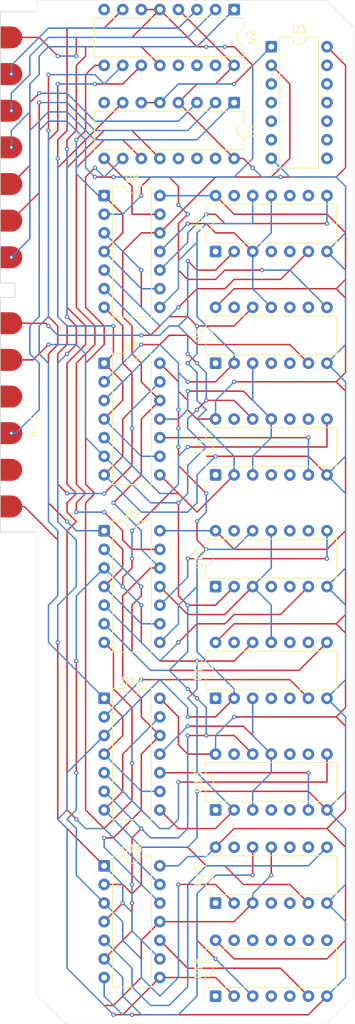
<source format=kicad_pcb>
(kicad_pcb (version 20241229) (generator "pcbnew") (generator_version "9.0")
  (layers (0 "F.Cu" signal) (2 "B.Cu" signal) (13 "F.Paste" user) (15 "B.Paste" user) (5 "F.SilkS" user "F.Silkscreen") (7 "B.SilkS" user "B.Silkscreen") (1 "F.Mask" user) (3 "B.Mask" user) (25 "Edge.Cuts" user))
  (net 0 "")
  (net 1 "Net-(U1-A1)")
  (net 2 "Net-(U2-A2)")
  (net 3 "Net-(U1-GND)")
  (net 4 "Net-(U1-E1)")
  (net 5 "Net-(U1-A2)")
  (net 6 "Net-(U10B-D)")
  (net 7 "Net-(6-1-Pad3)")
  (net 8 "Net-(U1-A0)")
  (net 9 "Net-(U2-A0)")
  (net 10 "/strobe")
  (net 11 "Net-(U11B-D)")
  (net 12 "Net-(U2-A1)")
  (net 13 "Net-(U10A-D)")
  (net 14 "Net-(U1-O7)")
  (net 16 "Net-(U1-O6)")
  (net 17 "Net-(U1-O3)")
  (net 20 "Net-(U1-O5)")
  (net 21 "Net-(U1-O4)")
  (net 22 "Net-(U2-O6)")
  (net 23 "Net-(U2-O5)")
  (net 24 "Net-(U2-O4)")
  (net 27 "Net-(U2-O7)")
  (net 29 "Net-(U2-O3)")
  (net 39 "Net-(U12-Pad12)")
  (net 41 "Net-(U4A-C)")
  (net 44 "Net-(U4B-~{Q})")
  (net 45 "Net-(U4A-~{Q})")
  (net 54 "Net-(U5A-~{Q})")
  (net 57 "Net-(U5B-C)")
  (net 58 "Net-(U5B-~{Q})")
  (net 59 "Net-(U6B-~{Q})")
  (net 65 "Net-(U6A-~{Q})")
  (net 67 "Net-(U11B-~{Q})")
  (net 68 "Net-(U10A-~{Q})")
  (net 69 "Net-(U10A-C)")
  (net 70 "Net-(U10B-~{Q})")
  (net 80 "Net-(U11A-~{Q})")
  (net 83 "Net-(U11A-C)")
  (net 85 "Net-(U13B-~{Q})")
  (net 86 "Net-(U13A-~{Q})")
  (net 93 "Net-(U15A-C)")
  (net 94 "Net-(U15A-~{Q})")
  (net 95 "Net-(U16A-~{Q})")
  (net 96 "Net-(U15B-~{Q})")
  (footprint "Package_DIP:DIP-14_W7.62mm" (layer "F.Cu") (at 186.69 140.97 90)
    (property "Reference" "U15")
    (property "Value" "74LS74")
  )
  (footprint "Package_DIP:DIP-14_W7.62mm" (layer "F.Cu") (at 171.45 113.03)
    (property "Reference" "U12")
    (property "Value" "74LS00")
  )
  (footprint "Package_DIP:DIP-16_W7.62mm" (layer "F.Cu") (at 189.23 31.755 -90)
    (property "Reference" "U1")
    (property "Value" "74LS138")
  )
  (footprint "Package_DIP:DIP-14_W7.62mm" (layer "F.Cu") (at 186.69 82.55 90)
    (property "Reference" "U4")
    (property "Value" "74LS74")
  )
  (footprint "Package_DIP:DIP-16_W7.62mm" (layer "F.Cu") (at 189.23 19.055 -90)
    (property "Reference" "U2")
    (property "Value" "74LS138")
  )
  (footprint "Package_DIP:DIP-14_W7.62mm" (layer "F.Cu") (at 186.69 113.03 90)
    (property "Reference" "U11")
    (property "Value" "74LS74")
  )
  (footprint "Package_DIP:DIP-14_W7.62mm" (layer "F.Cu") (at 171.45 90.17)
    (property "Reference" "U9")
    (property "Value" "74LS00")
  )
  (footprint "PotatoComputerV1:6-7Connector" (layer "F.Cu") (at 160.75 83.86 90)
    (property "Reference" "6-1")
    (property "Value" "~")
    (fp_line (start 64.5 -3.5) (end 64.5 1.5) (stroke (width 0.1)) (layer "Edge.Cuts"))
    (fp_line (start 27.5 -3.5) (end 64.5 -3.5) (stroke (width 0.1)) (layer "Edge.Cuts"))
    (fp_line (start 25.5 -3.5) (end 25.5 -1.5) (stroke (width 0.1)) (layer "Edge.Cuts"))
    (fp_line (start -6.5 -3.5) (end 25.5 -3.5) (stroke (width 0.1)) (layer "Edge.Cuts"))
    (fp_line (start -6.5 -3.5) (end -6.5 1.5) (stroke (width 0.1)) (layer "Edge.Cuts"))
    (fp_line (start 27.5 -1.5) (end 27.5 -3.5) (stroke (width 0.1)) (layer "Edge.Cuts"))
    (fp_line (start 25.5 -1.5) (end 27.5 -1.5) (stroke (width 0.1)) (layer "Edge.Cuts"))
  )
  (footprint "Package_DIP:DIP-14_W7.62mm" (layer "F.Cu") (at 186.69 52.07 90)
    (property "Reference" "U6")
    (property "Value" "74LS74")
  )
  (footprint "Package_DIP:DIP-14_W7.62mm" (layer "F.Cu") (at 186.69 128.27 90)
    (property "Reference" "U13")
    (property "Value" "74LS74")
  )
  (footprint "Package_DIP:DIP-14_W7.62mm" (layer "F.Cu") (at 171.45 44.45)
    (property "Reference" "U8")
    (property "Value" "74LS00")
  )
  (footprint "Package_DIP:DIP-14_W7.62mm" (layer "F.Cu") (at 171.45 135.89)
    (property "Reference" "U14")
    (property "Value" "74LS00")
  )
  (footprint "Package_DIP:DIP-14_W7.62mm" (layer "F.Cu") (at 194.31 24.13)
    (property "Reference" "U3")
    (property "Value" "74LS04")
  )
  (footprint "Package_DIP:DIP-14_W7.62mm" (layer "F.Cu") (at 186.69 153.67 90)
    (property "Reference" "U16")
    (property "Value" "74LS74")
  )
  (footprint "Package_DIP:DIP-14_W7.62mm" (layer "F.Cu") (at 186.69 97.79 90)
    (property "Reference" "U10")
    (property "Value" "74LS74")
  )
  (footprint "Package_DIP:DIP-14_W7.62mm" (layer "F.Cu") (at 171.45 67.31)
    (property "Reference" "U7")
    (property "Value" "74LS00")
  )
  (footprint "Package_DIP:DIP-14_W7.62mm" (layer "F.Cu") (at 186.69 67.31 90)
    (property "Reference" "U5")
    (property "Value" "74LS74")
  )
  (gr_line (start 162.25 17.78) (end 201.93 17.78) (stroke (width 0.05)) (layer "Edge.Cuts"))
  (gr_line (start 205.74 153.67) (end 201.93 157.48) (stroke (width 0.05)) (layer "Edge.Cuts"))
  (gr_line (start 201.93 157.48) (end 170.18 157.48) (stroke (width 0.05)) (layer "Edge.Cuts"))
  (gr_line (start 170.18 157.48) (end 166.215 157.48) (stroke (width 0.05)) (layer "Edge.Cuts"))
  (gr_line (start 162.25 153.67) (end 166.215 157.48) (stroke (width 0.05)) (layer "Edge.Cuts"))
  (gr_line (start 205.74 21.59) (end 201.93 17.78) (stroke (width 0.05)) (layer "Edge.Cuts"))
  (gr_line (start 162.25 153.67) (end 162.25 90.36) (stroke (width 0.05)) (layer "Edge.Cuts"))
  (gr_line (start 201.93 17.78) (end 205.74 21.59) (stroke (width 0.05)) (layer "Edge.Cuts"))
  (gr_line (start 205.74 21.59) (end 205.74 153.67) (stroke (width 0.05)) (layer "Edge.Cuts"))
  (gr_line (start 162.25 19.36) (end 162.25 17.78) (stroke (width 0.05)) (layer "Edge.Cuts"))
  (segment (start 162.561397 44.048603) (end 158.75 47.86) (width 0.2) (layer "F.Cu") (net 1))
  (segment (start 162.561397 31.751397) (end 162.561397 44.048603) (width 0.2) (layer "F.Cu") (net 1))
  (via (at 162.561397 31.751397) (size 0.6) (drill 0.3) (layers "F.Cu" "B.Cu") (net 1))
  (segment (start 162.562794 31.75) (end 162.561397 31.751397) (width 0.2) (layer "B.Cu") (net 1))
  (segment (start 186.69 31.755) (end 182.885 35.56) (width 0.2) (layer "B.Cu") (net 1))
  (segment (start 170.18 35.56) (end 166.37 31.75) (width 0.2) (layer "B.Cu") (net 1))
  (segment (start 163.83 31.75) (end 162.562794 31.75) (width 0.2) (layer "B.Cu") (net 1))
  (segment (start 182.885 35.56) (end 170.18 35.56) (width 0.2) (layer "B.Cu") (net 1))
  (segment (start 166.37 31.75) (end 163.83 31.75) (width 0.2) (layer "B.Cu") (net 1))
  (via (at 158.75 27.86) (size 0.6) (drill 0.3) (layers "F.Cu" "B.Cu") (net 2))
  (segment (start 184.15 19.055) (end 181.615 21.59) (width 0.2) (layer "B.Cu") (net 2))
  (segment (start 181.615 21.59) (end 163.83 21.59) (width 0.2) (layer "B.Cu") (net 2))
  (segment (start 163.83 21.59) (end 158.75 26.67) (width 0.2) (layer "B.Cu") (net 2))
  (segment (start 181.615 21.59) (end 181.61 21.59) (width 0.2) (layer "B.Cu") (net 2))
  (segment (start 158.75 26.67) (end 158.75 27.86) (width 0.2) (layer "B.Cu") (net 2))
  (segment (start 186.69 80.01) (end 185.42 80.01) (width 0.2) (layer "F.Cu") (net 3))
  (segment (start 173.99 62.23) (end 173.99 67.31) (width 0.2) (layer "F.Cu") (net 3))
  (segment (start 175.26 73.66) (end 173.99 74.93) (width 0.2) (layer "F.Cu") (net 3))
  (segment (start 172.72 111.76) (end 175.26 114.3) (width 0.2) (layer "F.Cu") (net 3))
  (segment (start 172.72 106.68) (end 172.72 111.76) (width 0.2) (layer "F.Cu") (net 3))
  (segment (start 199.388603 156.211397) (end 201.93 153.67) (width 0.2) (layer "F.Cu") (net 3))
  (segment (start 175.26 68.58) (end 175.26 73.66) (width 0.2) (layer "F.Cu") (net 3))
  (segment (start 185.42 125.73) (end 184.15 125.73) (width 0.2) (layer "F.Cu") (net 3))
  (segment (start 173.99 67.31) (end 175.26 68.58) (width 0.2) (layer "F.Cu") (net 3))
  (segment (start 173.99 120.65) (end 173.99 125.73) (width 0.2) (layer "F.Cu") (net 3))
  (segment (start 171.45 59.69) (end 173.99 62.23) (width 0.2) (layer "F.Cu") (net 3))
  (segment (start 199.39 125.73) (end 185.42 125.73) (width 0.2) (layer "F.Cu") (net 3))
  (segment (start 171.45 105.41) (end 172.72 106.68) (width 0.2) (layer "F.Cu") (net 3))
  (segment (start 173.99 125.73) (end 171.45 128.27) (width 0.2) (layer "F.Cu") (net 3))
  (segment (start 199.39 80.01) (end 186.69 80.01) (width 0.2) (layer "F.Cu") (net 3))
  (segment (start 201.93 82.55) (end 199.39 80.01) (width 0.2) (layer "F.Cu") (net 3))
  (segment (start 201.93 128.27) (end 199.39 125.73) (width 0.2) (layer "F.Cu") (net 3))
  (segment (start 175.258603 156.211397) (end 199.388603 156.211397) (width 0.2) (layer "F.Cu") (net 3))
  (segment (start 173.99 74.93) (end 173.99 80.01) (width 0.2) (layer "F.Cu") (net 3))
  (segment (start 175.26 114.3) (end 175.26 119.38) (width 0.2) (layer "F.Cu") (net 3))
  (segment (start 173.99 80.01) (end 171.45 82.55) (width 0.2) (layer "F.Cu") (net 3))
  (segment (start 175.26 119.38) (end 173.99 120.65) (width 0.2) (layer "F.Cu") (net 3))
  (via (at 175.258603 156.211397) (size 0.6) (drill 0.3) (layers "F.Cu" "B.Cu") (net 3))
  (via (at 184.15 125.73) (size 0.6) (drill 0.3) (layers "F.Cu" "B.Cu") (net 3))
  (via (at 186.69 80.01) (size 0.6) (drill 0.3) (layers "F.Cu" "B.Cu") (net 3))
  (segment (start 204.47 43.18) (end 203.2 41.91) (width 0.2) (layer "B.Cu") (net 3))
  (segment (start 204.47 143.51) (end 204.47 151.13) (width 0.2) (layer "B.Cu") (net 3))
  (segment (start 203.2 41.91) (end 196.85 41.91) (width 0.2) (layer "B.Cu") (net 3))
  (segment (start 204.47 138.43) (end 204.47 130.81) (width 0.2) (layer "B.Cu") (net 3))
  (segment (start 176.53 133.35) (end 171.45 128.27) (width 0.2) (layer "B.Cu") (net 3))
  (segment (start 196.85 41.91) (end 194.31 39.37) (width 0.2) (layer "B.Cu") (net 3))
  (segment (start 171.45 153.67) (end 173.988603 156.208603) (width 0.2) (layer "B.Cu") (net 3))
  (segment (start 201.93 67.31) (end 204.47 64.77) (width 0.2) (layer "B.Cu") (net 3))
  (segment (start 204.47 100.33) (end 201.93 97.79) (width 0.2) (layer "B.Cu") (net 3))
  (segment (start 204.47 49.53) (end 204.47 43.18) (width 0.2) (layer "B.Cu") (net 3))
  (segment (start 204.47 110.49) (end 204.47 100.33) (width 0.2) (layer "B.Cu") (net 3))
  (segment (start 201.93 128.27) (end 204.47 125.73) (width 0.2) (layer "B.Cu") (net 3))
  (segment (start 173.988603 156.21) (end 175.257206 156.21) (width 0.2) (layer "B.Cu") (net 3))
  (segment (start 204.47 143.51) (end 201.93 140.97) (width 0.2) (layer "B.Cu") (net 3))
  (segment (start 175.257206 156.21) (end 175.258603 156.211397) (width 0.2) (layer "B.Cu") (net 3))
  (segment (start 182.88 87.63) (end 176.53 87.63) (width 0.2) (layer "B.Cu") (net 3))
  (segment (start 176.53 87.63) (end 171.45 82.55) (width 0.2) (layer "B.Cu") (net 3))
  (segment (start 182.88 87.63) (end 184.15 86.36) (width 0.2) (layer "B.Cu") (net 3))
  (segment (start 204.47 69.85) (end 201.93 67.31) (width 0.2) (layer "B.Cu") (net 3))
  (segment (start 184.15 82.55) (end 184.15 86.36) (width 0.2) (layer "B.Cu") (net 3))
  (segment (start 204.47 115.57) (end 201.93 113.03) (width 0.2) (layer "B.Cu") (net 3))
  (segment (start 204.47 54.61) (end 201.93 52.07) (width 0.2) (layer "B.Cu") (net 3))
  (segment (start 204.47 95.25) (end 204.47 85.09) (width 0.2) (layer "B.Cu") (net 3))
  (segment (start 204.47 85.09) (end 201.93 82.55) (width 0.2) (layer "B.Cu") (net 3))
  (segment (start 173.988603 156.21) (end 173.988603 156.211397) (width 0.2) (layer "B.Cu") (net 3))
  (segment (start 201.93 113.03) (end 204.47 110.49) (width 0.2) (layer "B.Cu") (net 3))
  (segment (start 171.45 151.13) (end 171.45 153.67) (width 0.2) (layer "B.Cu") (net 3))
  (segment (start 204.47 125.73) (end 204.47 115.57) (width 0.2) (layer "B.Cu") (net 3))
  (segment (start 182.88 133.35) (end 176.53 133.35) (width 0.2) (layer "B.Cu") (net 3))
  (segment (start 182.88 133.35) (end 184.15 132.08) (width 0.2) (layer "B.Cu") (net 3))
  (segment (start 184.15 125.73) (end 184.15 132.08) (width 0.2) (layer "B.Cu") (net 3))
  (segment (start 201.93 52.07) (end 204.47 49.53) (width 0.2) (layer "B.Cu") (net 3))
  (segment (start 201.93 82.55) (end 204.47 80.01) (width 0.2) (layer "B.Cu") (net 3))
  (segment (start 204.47 80.01) (end 204.47 69.85) (width 0.2) (layer "B.Cu") (net 3))
  (segment (start 184.15 82.55) (end 186.69 80.01) (width 0.2) (layer "B.Cu") (net 3))
  (segment (start 204.47 130.81) (end 201.93 128.27) (width 0.2) (layer "B.Cu") (net 3))
  (segment (start 173.988603 156.208603) (end 173.988603 156.21) (width 0.2) (layer "B.Cu") (net 3))
  (segment (start 201.93 97.79) (end 204.47 95.25) (width 0.2) (layer "B.Cu") (net 3))
  (segment (start 204.47 64.77) (end 204.47 54.61) (width 0.2) (layer "B.Cu") (net 3))
  (segment (start 204.47 151.13) (end 201.93 153.67) (width 0.2) (layer "B.Cu") (net 3))
  (segment (start 201.93 140.97) (end 204.47 138.43) (width 0.2) (layer "B.Cu") (net 3))
  (segment (start 182.88 120.65) (end 186.69 120.65) (width 0.2) (layer "F.Cu") (net 4))
  (segment (start 184.155 29.21) (end 186.695 29.21) (width 0.2) (layer "F.Cu") (net 4))
  (segment (start 203.2 115.57) (end 204.47 116.84) (width 0.2) (layer "F.Cu") (net 4))
  (segment (start 181.61 115.57) (end 181.61 119.38) (width 0.2) (layer "F.Cu") (net 4))
  (segment (start 204.47 49.525793) (end 201.934207 46.99) (width 0.2) (layer "F.Cu") (net 4))
  (segment (start 189.23 92.71) (end 201.93 92.71) (width 0.2) (layer "F.Cu") (net 4))
  (segment (start 186.69 74.93) (end 184.15 74.93) (width 0.2) (layer "F.Cu") (net 4))
  (segment (start 189.23 102.87) (end 186.69 105.41) (width 0.2) (layer "F.Cu") (net 4))
  (segment (start 195.582794 41.91) (end 195.58 41.912794) (width 0.2) (layer "F.Cu") (net 4))
  (segment (start 203.2 41.91) (end 195.582794 41.91) (width 0.2) (layer "F.Cu") (net 4))
  (segment (start 204.47 26.67) (end 201.93 24.13) (width 0.2) (layer "F.Cu") (net 4))
  (segment (start 184.138793 74.93) (end 182.88 73.671207) (width 0.2) (layer "F.Cu") (net 4))
  (segment (start 203.2 41.91) (end 204.47 40.64) (width 0.2) (layer "F.Cu") (net 4))
  (segment (start 182.875793 72.39) (end 181.61 71.124207) (width 0.2) (layer "F.Cu") (net 4))
  (segment (start 204.47 146.05) (end 201.93 148.59) (width 0.2) (layer "F.Cu") (net 4))
  (segment (start 191.771397 40.641397) (end 190.505 39.375) (width 0.2) (layer "F.Cu") (net 4))
  (segment (start 189.23 57.15) (end 186.69 59.69) (width 0.2) (layer "F.Cu") (net 4))
  (segment (start 203.2 102.87) (end 204.47 104.14) (width 0.2) (layer "F.Cu") (net 4))
  (segment (start 204.47 114.3) (end 204.47 104.14) (width 0.2) (layer "F.Cu") (net 4))
  (segment (start 203.2 69.85) (end 204.47 68.58) (width 0.2) (layer "F.Cu") (net 4))
  (segment (start 179.07 113.03) (end 181.61 115.57) (width 0.2) (layer "F.Cu") (net 4))
  (segment (start 201.93 130.81) (end 204.47 128.27) (width 0.2) (layer "F.Cu") (net 4))
  (segment (start 189.23 69.85) (end 203.2 69.85) (width 0.2) (layer "F.Cu") (net 4))
  (segment (start 203.2 102.87) (end 204.47 101.6) (width 0.2) (layer "F.Cu") (net 4))
  (segment (start 204.47 90.17) (end 204.47 71.12) (width 0.2) (layer "F.Cu") (net 4))
  (segment (start 204.47 71.12) (end 203.2 69.85) (width 0.2) (layer "F.Cu") (net 4))
  (segment (start 204.47 40.64) (end 204.47 26.67) (width 0.2) (layer "F.Cu") (net 4))
  (segment (start 204.47 133.35) (end 204.47 146.05) (width 0.2) (layer "F.Cu") (net 4))
  (segment (start 190.505 39.375) (end 189.23 39.375) (width 0.2) (layer "F.Cu") (net 4))
  (segment (start 203.2 57.15) (end 204.47 58.42) (width 0.2) (layer "F.Cu") (net 4))
  (segment (start 204.47 43.18) (end 203.2 41.91) (width 0.2) (layer "F.Cu") (net 4))
  (segment (start 204.47 52.07) (end 204.47 43.18) (width 0.2) (layer "F.Cu") (net 4))
  (segment (start 204.47 55.88) (end 204.47 52.07) (width 0.2) (layer "F.Cu") (net 4))
  (segment (start 160.52 86.86) (end 165.1 91.44) (width 0.2) (layer "F.Cu") (net 4))
  (segment (start 204.47 52.07) (end 204.47 49.525793) (width 0.2) (layer "F.Cu") (net 4))
  (segment (start 204.47 68.58) (end 204.47 58.42) (width 0.2) (layer "F.Cu") (net 4))
  (segment (start 181.61 69.85) (end 179.07 67.31) (width 0.2) (layer "F.Cu") (net 4))
  (segment (start 184.15 74.93) (end 184.138793 74.93) (width 0.2) (layer "F.Cu") (net 4))
  (segment (start 201.934207 46.99) (end 189.23 46.99) (width 0.2) (layer "F.Cu") (net 4))
  (segment (start 201.93 92.71) (end 204.47 90.17) (width 0.2) (layer "F.Cu") (net 4))
  (segment (start 181.61 119.38) (end 182.88 120.65) (width 0.2) (layer "F.Cu") (net 4))
  (segment (start 181.61 31.755) (end 189.23 39.375) (width 0.2) (layer "F.Cu") (net 4))
  (segment (start 204.47 116.84) (end 204.47 128.27) (width 0.2) (layer "F.Cu") (net 4))
  (segment (start 182.88 73.66) (end 182.88 72.39) (width 0.2) (layer "F.Cu") (net 4))
  (segment (start 203.2 57.15) (end 189.23 57.15) (width 0.2) (layer "F.Cu") (net 4))
  (segment (start 201.93 130.81) (end 204.47 133.35) (width 0.2) (layer "F.Cu") (net 4))
  (segment (start 203.2 57.15) (end 204.47 55.88) (width 0.2) (layer "F.Cu") (net 4))
  (segment (start 189.23 148.59) (end 186.69 146.05) (width 0.2) (layer "F.Cu") (net 4))
  (segment (start 181.61 71.124207) (end 181.61 69.85) (width 0.2) (layer "F.Cu") (net 4))
  (segment (start 201.93 148.59) (end 189.23 148.59) (width 0.2) (layer "F.Cu") (net 4))
  (segment (start 189.23 26.675) (end 181.61 19.055) (width 0.2) (layer "F.Cu") (net 4))
  (segment (start 186.695 29.21) (end 189.23 26.675) (width 0.2) (layer "F.Cu") (net 4))
  (segment (start 158.75 86.86) (end 160.52 86.86) (width 0.2) (layer "F.Cu") (net 4))
  (segment (start 189.23 46.99) (end 186.69 44.45) (width 0.2) (layer "F.Cu") (net 4))
  (segment (start 203.2 102.87) (end 189.23 102.87) (width 0.2) (layer "F.Cu") (net 4))
  (segment (start 186.69 133.35) (end 189.23 130.81) (width 0.2) (layer "F.Cu") (net 4))
  (segment (start 181.61 71.124207) (end 181.61 71.12) (width 0.2) (layer "F.Cu") (net 4))
  (segment (start 189.23 130.81) (end 201.93 130.81) (width 0.2) (layer "F.Cu") (net 4))
  (segment (start 189.23 115.57) (end 203.2 115.57) (width 0.2) (layer "F.Cu") (net 4))
  (segment (start 203.2 115.57) (end 204.47 114.3) (width 0.2) (layer "F.Cu") (net 4))
  (segment (start 186.69 90.17) (end 189.23 92.71) (width 0.2) (layer "F.Cu") (net 4))
  (segment (start 181.61 31.755) (end 184.155 29.21) (width 0.2) (layer "F.Cu") (net 4))
  (segment (start 204.47 101.6) (end 204.47 90.17) (width 0.2) (layer "F.Cu") (net 4))
  (segment (start 182.88 73.671207) (end 182.88 73.66) (width 0.2) (layer "F.Cu") (net 4))
  (segment (start 182.88 72.39) (end 182.875793 72.39) (width 0.2) (layer "F.Cu") (net 4))
  (via (at 191.771397 40.641397) (size 0.6) (drill 0.3) (layers "F.Cu" "B.Cu") (net 4))
  (via (at 195.58 41.912794) (size 0.6) (drill 0.3) (layers "F.Cu" "B.Cu") (net 4))
  (via (at 189.23 69.85) (size 0.6) (drill 0.3) (layers "F.Cu" "B.Cu") (net 4))
  (via (at 189.23 115.57) (size 0.6) (drill 0.3) (layers "F.Cu" "B.Cu") (net 4))
  (segment (start 179.07 135.89) (end 181.61 135.89) (width 0.2) (layer "B.Cu") (net 4))
  (segment (start 186.69 74.93) (end 186.69 72.39) (width 0.2) (layer "B.Cu") (net 4))
  (segment (start 186.69 120.65) (end 186.69 118.11) (width 0.2) (layer "B.Cu") (net 4))
  (segment (start 186.69 72.39) (end 189.23 69.85) (width 0.2) (layer "B.Cu") (net 4))
  (segment (start 186.69 133.35) (end 185.42 134.62) (width 0.2) (layer "B.Cu") (net 4))
  (segment (start 186.69 90.17) (end 179.07 90.17) (width 0.2) (layer "B.Cu") (net 4))
  (segment (start 186.69 118.11) (end 189.23 115.57) (width 0.2) (layer "B.Cu") (net 4))
  (segment (start 181.61 135.89) (end 182.88 134.62) (width 0.2) (layer "B.Cu") (net 4))
  (segment (start 193.042794 41.912794) (end 191.771397 40.641397) (width 0.2) (layer "B.Cu") (net 4))
  (segment (start 186.69 44.45) (end 179.07 44.45) (width 0.2) (layer "B.Cu") (net 4))
  (segment (start 195.58 41.912794) (end 193.042794 41.912794) (width 0.2) (layer "B.Cu") (net 4))
  (segment (start 182.88 134.62) (end 185.42 134.62) (width 0.2) (layer "B.Cu") (net 4))
  (segment (start 161.29 31.75) (end 161.29 40.32) (width 0.2) (layer "F.Cu") (net 5))
  (segment (start 162.56 30.48) (end 161.29 31.75) (width 0.2) (layer "F.Cu") (net 5))
  (segment (start 161.29 40.32) (end 158.75 42.86) (width 0.2) (layer "F.Cu") (net 5))
  (via (at 162.56 30.48) (size 0.6) (drill 0.3) (layers "F.Cu" "B.Cu") (net 5))
  (segment (start 166.37 30.48) (end 163.83 30.48) (width 0.2) (layer "B.Cu") (net 5))
  (segment (start 170.18 34.29) (end 166.37 30.48) (width 0.2) (layer "B.Cu") (net 5))
  (segment (start 181.615 34.29) (end 170.18 34.29) (width 0.2) (layer "B.Cu") (net 5))
  (segment (start 163.83 30.48) (end 162.56 30.48) (width 0.2) (layer "B.Cu") (net 5))
  (segment (start 184.15 31.755) (end 181.615 34.29) (width 0.2) (layer "B.Cu") (net 5))
  (segment (start 181.608603 78.738603) (end 181.608603 81.278603) (width 0.2) (layer "F.Cu") (net 6))
  (segment (start 179.065793 151.13) (end 173.985792 156.21) (width 0.2) (layer "F.Cu") (net 6))
  (segment (start 179.07 151.13) (end 179.065793 151.13) (width 0.2) (layer "F.Cu") (net 6))
  (segment (start 186.69 115.57) (end 189.23 113.03) (width 0.2) (layer "F.Cu") (net 6))
  (segment (start 181.608603 81.278603) (end 184.15 83.82) (width 0.2) (layer "F.Cu") (net 6))
  (segment (start 172.72 156.21) (end 172.72 156.205793) (width 0.2) (layer "F.Cu") (net 6))
  (segment (start 184.15 83.82) (end 185.418603 85.088603) (width 0.2) (layer "F.Cu") (net 6))
  (segment (start 181.61 73.66) (end 181.61 74.93) (width 0.2) (layer "F.Cu") (net 6))
  (segment (start 184.15 91.44) (end 185.42 92.71) (width 0.2) (layer "F.Cu") (net 6))
  (segment (start 189.23 153.67) (end 186.69 151.13) (width 0.2) (layer "F.Cu") (net 6))
  (segment (start 186.69 69.85) (end 189.23 67.31) (width 0.2) (layer "F.Cu") (net 6))
  (segment (start 173.985792 156.21) (end 172.72 156.21) (width 0.2) (layer "F.Cu") (net 6))
  (segment (start 181.61 74.93) (end 181.61 76.2) (width 0.2) (layer "F.Cu") (net 6))
  (segment (start 182.88 115.57) (end 186.69 115.57) (width 0.2) (layer "F.Cu") (net 6))
  (segment (start 181.608603 73.658603) (end 181.61 73.66) (width 0.2) (layer "F.Cu") (net 6))
  (segment (start 184.15 88.9) (end 184.15 91.44) (width 0.2) (layer "F.Cu") (net 6))
  (segment (start 186.69 151.13) (end 179.07 151.13) (width 0.2) (layer "F.Cu") (net 6))
  (segment (start 182.88 69.85) (end 186.69 69.85) (width 0.2) (layer "F.Cu") (net 6))
  (via (at 185.418603 85.088603) (size 0.6) (drill 0.3) (layers "F.Cu" "B.Cu") (net 6))
  (via (at 185.42 92.71) (size 0.6) (drill 0.3) (layers "F.Cu" "B.Cu") (net 6))
  (via (at 181.61 76.2) (size 0.6) (drill 0.3) (layers "F.Cu" "B.Cu") (net 6))
  (via (at 172.718603 156.211397) (size 0.6) (drill 0.3) (layers "F.Cu" "B.Cu") (net 6))
  (via (at 181.608603 78.738603) (size 0.6) (drill 0.3) (layers "F.Cu" "B.Cu") (net 6))
  (via (at 181.608603 73.658603) (size 0.6) (drill 0.3) (layers "F.Cu" "B.Cu") (net 6))
  (via (at 184.15 88.9) (size 0.6) (drill 0.3) (layers "F.Cu" "B.Cu") (net 6))
  (via (at 182.88 115.57) (size 0.6) (drill 0.3) (layers "F.Cu" "B.Cu") (net 6))
  (via (at 182.88 69.85) (size 0.6) (drill 0.3) (layers "F.Cu" "B.Cu") (net 6))
  (segment (start 191.77 48.26) (end 185.42 48.26) (width 0.2) (layer "B.Cu") (net 6))
  (segment (start 184.15 97.79) (end 184.15 100.33) (width 0.2) (layer "B.Cu") (net 6))
  (segment (start 189.23 111.755793) (end 189.23 113.03) (width 0.2) (layer "B.Cu") (net 6))
  (segment (start 184.15 59.69) (end 184.15 60.96) (width 0.2) (layer "B.Cu") (net 6))
  (segment (start 184.15 106.68) (end 184.154207 106.68) (width 0.2) (layer "B.Cu") (net 6))
  (segment (start 171.45 118.11) (end 166.37 123.19) (width 0.2) (layer "B.Cu") (net 6))
  (segment (start 181.61 78.74) (end 181.608603 78.738603) (width 0.2) (layer "B.Cu") (net 6))
  (segment (start 166.37 123.19) (end 166.37 128.27) (width 0.2) (layer "B.Cu") (net 6))
  (segment (start 182.88 114.3) (end 182.88 115.57) (width 0.2) (layer "B.Cu") (net 6))
  (segment (start 181.61 55.88) (end 181.61 53.34) (width 0.2) (layer "B.Cu") (net 6))
  (segment (start 166.37 130.81) (end 165.1 129.54) (width 0.2) (layer "B.Cu") (net 6))
  (segment (start 184.15 100.33) (end 184.15 105.41) (width 0.2) (layer "B.Cu") (net 6))
  (segment (start 184.145793 52.07) (end 184.15 52.07) (width 0.2) (layer "B.Cu") (net 6))
  (segment (start 191.77 90.17) (end 189.23 92.71) (width 0.2) (layer "B.Cu") (net 6))
  (segment (start 184.15 49.53) (end 185.42 48.26) (width 0.2) (layer "B.Cu") (net 6))
  (segment (start 189.23 92.71) (end 185.42 92.71) (width 0.2) (layer "B.Cu") (net 6))
  (segment (start 179.07 110.49) (end 171.45 118.11) (width 0.2) (layer "B.Cu") (net 6))
  (segment (start 184.15 93.98) (end 184.15 97.79) (width 0.2) (layer "B.Cu") (net 6))
  (segment (start 165.1 129.54) (end 166.37 128.27) (width 0.2) (layer "B.Cu") (net 6))
  (segment (start 191.77 44.45) (end 191.77 48.26) (width 0.2) (layer "B.Cu") (net 6))
  (segment (start 182.88 114.3) (end 179.07 110.49) (width 0.2) (layer "B.Cu") (net 6))
  (segment (start 181.61 68.58) (end 181.61 73.657206) (width 0.2) (layer "B.Cu") (net 6))
  (segment (start 181.61 76.2) (end 181.61 78.74) (width 0.2) (layer "B.Cu") (net 6))
  (segment (start 184.15 49.53) (end 184.15 50.8) (width 0.2) (layer "B.Cu") (net 6))
  (segment (start 179.07 105.41) (end 181.61 102.87) (width 0.2) (layer "B.Cu") (net 6))
  (segment (start 181.61 100.325793) (end 184.145793 97.79) (width 0.2) (layer "B.Cu") (net 6))
  (segment (start 184.15 93.975793) (end 184.15 93.98) (width 0.2) (layer "B.Cu") (net 6))
  (segment (start 184.154207 60.96) (end 189.23 66.035793) (width 0.2) (layer "B.Cu") (net 6))
  (segment (start 181.61 68.58) (end 182.88 69.85) (width 0.2) (layer "B.Cu") (net 6))
  (segment (start 184.15 105.41) (end 184.15 106.68) (width 0.2) (layer "B.Cu") (net 6))
  (segment (start 181.61 102.87) (end 181.61 100.325793) (width 0.2) (layer "B.Cu") (net 6))
  (segment (start 179.07 64.77) (end 171.45 72.39) (width 0.2) (layer "B.Cu") (net 6))
  (segment (start 181.61 68.58) (end 181.61 73.66) (width 0.2) (layer "B.Cu") (net 6))
  (segment (start 189.23 66.035793) (end 189.23 67.31) (width 0.2) (layer "B.Cu") (net 6))
  (segment (start 184.15 52.07) (end 184.15 54.61) (width 0.2) (layer "B.Cu") (net 6))
  (segment (start 181.61 57.15) (end 181.61 55.88) (width 0.2) (layer "B.Cu") (net 6))
  (segment (start 184.15 60.96) (end 184.154207 60.96) (width 0.2) (layer "B.Cu") (net 6))
  (segment (start 181.61 55.88) (end 181.61 54.605793) (width 0.2) (layer "B.Cu") (net 6))
  (segment (start 184.145793 97.79) (end 184.15 97.79) (width 0.2) (layer "B.Cu") (net 6))
  (segment (start 184.15 54.61) (end 184.15 59.69) (width 0.2) (layer "B.Cu") (net 6))
  (segment (start 185.42 92.71) (end 184.15 93.98) (width 0.2) (layer "B.Cu") (net 6))
  (segment (start 166.37 130.81) (end 166.37 149.862794) (width 0.2) (layer "B.Cu") (net 6))
  (segment (start 185.418603 85.088603) (end 185.418603 87.631397) (width 0.2) (layer "B.Cu") (net 6))
  (segment (start 181.61 53.34) (end 184.15 50.8) (width 0.2) (layer "B.Cu") (net 6))
  (segment (start 181.61 68.58) (end 181.61 67.31) (width 0.2) (layer "B.Cu") (net 6))
  (segment (start 179.07 59.69) (end 181.61 57.15) (width 0.2) (layer "B.Cu") (net 6))
  (segment (start 184.15 50.8) (end 184.15 52.07) (width 0.2) (layer "B.Cu") (net 6))
  (segment (start 181.61 67.31) (end 179.07 64.77) (width 0.2) (layer "B.Cu") (net 6))
  (segment (start 185.418603 87.631397) (end 184.15 88.9) (width 0.2) (layer "B.Cu") (net 6))
  (segment (start 184.154207 106.68) (end 189.23 111.755793) (width 0.2) (layer "B.Cu") (net 6))
  (segment (start 181.61 73.657206) (end 181.608603 73.658603) (width 0.2) (layer "B.Cu") (net 6))
  (segment (start 166.37 149.862794) (end 172.718603 156.211397) (width 0.2) (layer "B.Cu") (net 6))
  (segment (start 172.72 41.917794) (end 171.457794 41.917794) (width 0.2) (layer "F.Cu") (net 7))
  (segment (start 170.18 41.91) (end 170.178603 41.911397) (width 0.2) (layer "F.Cu") (net 7))
  (segment (start 171.457794 41.917794) (end 171.45 41.91) (width 0.2) (layer "F.Cu") (net 7))
  (segment (start 171.45 41.91) (end 170.18 41.91) (width 0.2) (layer "F.Cu") (net 7))
  (via (at 172.72 41.917794) (size 0.6) (drill 0.3) (layers "F.Cu" "B.Cu") (net 7))
  (via (at 158.75 76.86) (size 0.6) (drill 0.3) (layers "F.Cu" "B.Cu") (net 7))
  (via (at 170.178603 41.911397) (size 0.6) (drill 0.3) (layers "F.Cu" "B.Cu") (net 7))
  (segment (start 162.56 73.66) (end 159.36 76.86) (width 0.2) (layer "B.Cu") (net 7))
  (segment (start 168.91 40.642794) (end 168.91 36.83) (width 0.2) (layer "B.Cu") (net 7))
  (segment (start 172.727794 41.91) (end 172.72 41.917794) (width 0.2) (layer "B.Cu") (net 7))
  (segment (start 166.37 34.29) (end 163.825793 34.29) (width 0.2) (layer "B.Cu") (net 7))
  (segment (start 170.178603 41.911397) (end 168.91 40.642794) (width 0.2) (layer "B.Cu") (net 7))
  (segment (start 170.178603 41.911397) (end 170.177206 41.91) (width 0.2) (layer "B.Cu") (net 7))
  (segment (start 191.77 26.67) (end 191.77 39.37) (width 0.2) (layer "B.Cu") (net 7))
  (segment (start 162.56 35.555793) (end 162.56 60.96) (width 0.2) (layer "B.Cu") (net 7))
  (segment (start 191.77 39.37) (end 189.23 41.91) (width 0.2) (layer "B.Cu") (net 7))
  (segment (start 162.56 60.96) (end 161.29 62.23) (width 0.2) (layer "B.Cu") (net 7))
  (segment (start 159.36 76.86) (end 158.75 76.86) (width 0.2) (layer "B.Cu") (net 7))
  (segment (start 161.29 62.23) (end 161.29 66.04) (width 0.2) (layer "B.Cu") (net 7))
  (segment (start 162.56 67.31) (end 162.56 73.66) (width 0.2) (layer "B.Cu") (net 7))
  (segment (start 194.31 24.13) (end 191.77 26.67) (width 0.2) (layer "B.Cu") (net 7))
  (segment (start 161.29 66.04) (end 162.56 67.31) (width 0.2) (layer "B.Cu") (net 7))
  (segment (start 163.825793 34.29) (end 162.56 35.555793) (width 0.2) (layer "B.Cu") (net 7))
  (segment (start 168.91 36.83) (end 166.37 34.29) (width 0.2) (layer "B.Cu") (net 7))
  (segment (start 189.23 41.91) (end 172.727794 41.91) (width 0.2) (layer "B.Cu") (net 7))
  (via (at 158.75 52.86) (size 0.6) (drill 0.3) (layers "F.Cu" "B.Cu") (net 8))
  (segment (start 184.15 36.83) (end 170.18 36.83) (width 0.2) (layer "B.Cu") (net 8))
  (segment (start 170.18 36.83) (end 166.37 33.02) (width 0.2) (layer "B.Cu") (net 8))
  (segment (start 163.83 33.02) (end 161.29 35.56) (width 0.2) (layer "B.Cu") (net 8))
  (segment (start 189.23 31.755) (end 189.225 31.755) (width 0.2) (layer "B.Cu") (net 8))
  (segment (start 161.29 50.32) (end 158.75 52.86) (width 0.2) (layer "B.Cu") (net 8))
  (segment (start 166.37 33.02) (end 163.83 33.02) (width 0.2) (layer "B.Cu") (net 8))
  (segment (start 161.29 35.56) (end 161.29 50.32) (width 0.2) (layer "B.Cu") (net 8))
  (segment (start 189.225 31.755) (end 184.15 36.83) (width 0.2) (layer "B.Cu") (net 8))
  (via (at 158.75 37.86) (size 0.6) (drill 0.3) (layers "F.Cu" "B.Cu") (net 9))
  (segment (start 161.29 29.21) (end 161.29 33.02) (width 0.2) (layer "B.Cu") (net 9))
  (segment (start 158.75 35.56) (end 158.75 37.86) (width 0.2) (layer "B.Cu") (net 9))
  (segment (start 163.83 24.13) (end 162.56 25.4) (width 0.2) (layer "B.Cu") (net 9))
  (segment (start 162.56 25.4) (end 162.56 27.94) (width 0.2) (layer "B.Cu") (net 9))
  (segment (start 161.29 33.02) (end 158.75 35.56) (width 0.2) (layer "B.Cu") (net 9))
  (segment (start 162.56 27.94) (end 161.29 29.21) (width 0.2) (layer "B.Cu") (net 9))
  (segment (start 189.23 19.055) (end 189.225 19.055) (width 0.2) (layer "B.Cu") (net 9))
  (segment (start 184.15 24.13) (end 163.83 24.13) (width 0.2) (layer "B.Cu") (net 9))
  (segment (start 189.225 19.055) (end 184.15 24.13) (width 0.2) (layer "B.Cu") (net 9))
  (segment (start 184.150294 24.135294) (end 179.07 19.055) (width 0.2) (layer "F.Cu") (net 10))
  (segment (start 167.64 22.86) (end 167.64 25.4) (width 0.2) (layer "F.Cu") (net 10))
  (segment (start 179.07 19.055) (end 175.265 22.86) (width 0.2) (layer "F.Cu") (net 10))
  (segment (start 189.23 24.13) (end 187.96 24.13) (width 0.2) (layer "F.Cu") (net 10))
  (segment (start 165.1 25.4) (end 162.56 22.86) (width 0.2) (layer "F.Cu") (net 10))
  (segment (start 189.23 29.21) (end 191.77 26.67) (width 0.2) (layer "F.Cu") (net 10))
  (segment (start 176.53 31.755) (end 179.07 31.755) (width 0.2) (layer "F.Cu") (net 10))
  (segment (start 176.53 19.055) (end 179.07 19.055) (width 0.2) (layer "F.Cu") (net 10))
  (segment (start 175.26 22.86) (end 167.64 22.86) (width 0.2) (layer "F.Cu") (net 10))
  (segment (start 191.77 26.67) (end 189.23 24.13) (width 0.2) (layer "F.Cu") (net 10))
  (segment (start 185.4175 24.135294) (end 184.150294 24.135294) (width 0.2) (layer "F.Cu") (net 10))
  (segment (start 175.265 22.86) (end 175.26 22.86) (width 0.2) (layer "F.Cu") (net 10))
  (segment (start 162.56 22.86) (end 158.75 22.86) (width 0.2) (layer "F.Cu") (net 10))
  (via (at 167.64 25.4) (size 0.6) (drill 0.3) (layers "F.Cu" "B.Cu") (net 10))
  (via (at 189.23 29.21) (size 0.6) (drill 0.3) (layers "F.Cu" "B.Cu") (net 10))
  (via (at 185.4175 24.135294) (size 0.6) (drill 0.3) (layers "F.Cu" "B.Cu") (net 10))
  (via (at 187.96 24.13) (size 0.6) (drill 0.3) (layers "F.Cu" "B.Cu") (net 10))
  (via (at 165.1 25.4) (size 0.6) (drill 0.3) (layers "F.Cu" "B.Cu") (net 10))
  (segment (start 179.07 31.755) (end 181.615 29.21) (width 0.2) (layer "B.Cu") (net 10))
  (segment (start 185.422794 24.13) (end 185.4175 24.135294) (width 0.2) (layer "B.Cu") (net 10))
  (segment (start 185.42 24.132794) (end 185.4175 24.135294) (width 0.2) (layer "B.Cu") (net 10))
  (segment (start 187.96 24.13) (end 185.422794 24.13) (width 0.2) (layer "B.Cu") (net 10))
  (segment (start 185.42 24.13) (end 185.42 24.132794) (width 0.2) (layer "B.Cu") (net 10))
  (segment (start 181.615 29.21) (end 189.23 29.21) (width 0.2) (layer "B.Cu") (net 10))
  (segment (start 167.64 25.4) (end 165.1 25.4) (width 0.2) (layer "B.Cu") (net 10))
  (segment (start 179.07 128.27) (end 181.61 130.81) (width 0.2) (layer "F.Cu") (net 11))
  (segment (start 184.15 87.625793) (end 184.15 87.63) (width 0.2) (layer "F.Cu") (net 11))
  (segment (start 163.457206 61.86) (end 163.83 62.232794) (width 0.2) (layer "F.Cu") (net 11))
  (segment (start 181.61 130.81) (end 186.69 130.81) (width 0.2) (layer "F.Cu") (net 11))
  (segment (start 176.527206 63.5) (end 177.8 63.5) (width 0.2) (layer "F.Cu") (net 11))
  (segment (start 179.07 62.23) (end 180.34 60.96) (width 0.2) (layer "F.Cu") (net 11))
  (segment (start 167.64 121.92) (end 167.64 123.19) (width 0.2) (layer "F.Cu") (net 11))
  (segment (start 191.77 105.41) (end 189.23 107.95) (width 0.2) (layer "F.Cu") (net 11))
  (segment (start 182.88 60.96) (end 184.15 62.23) (width 0.2) (layer "F.Cu") (net 11))
  (segment (start 176.53 59.69) (end 176.53 54.61) (width 0.2) (layer "F.Cu") (net 11))
  (segment (start 175.26 93.98) (end 175.26 95.25) (width 0.2) (layer "F.Cu") (net 11))
  (segment (start 158.75 61.86) (end 163.457206 61.86) (width 0.2) (layer "F.Cu") (net 11))
  (segment (start 191.77 59.69) (end 189.23 62.23) (width 0.2) (layer "F.Cu") (net 11))
  (segment (start 184.15 107.95) (end 179.07 107.95) (width 0.2) (layer "F.Cu") (net 11))
  (segment (start 184.15 87.63) (end 189.23 82.55) (width 0.2) (layer "F.Cu") (net 11))
  (segment (start 173.9865 96.5235) (end 173.9865 97.7865) (width 0.2) (layer "F.Cu") (net 11))
  (segment (start 167.641397 121.918603) (end 167.64 121.92) (width 0.2) (layer "F.Cu") (net 11))
  (segment (start 180.34 60.96) (end 182.88 60.96) (width 0.2) (layer "F.Cu") (net 11))
  (segment (start 189.23 140.97) (end 186.69 138.43) (width 0.2) (layer "F.Cu") (net 11))
  (segment (start 175.26 95.25) (end 173.9865 96.5235) (width 0.2) (layer "F.Cu") (net 11))
  (segment (start 179.07 107.95) (end 176.53 105.41) (width 0.2) (layer "F.Cu") (net 11))
  (segment (start 186.69 138.43) (end 181.61 138.43) (width 0.2) (layer "F.Cu") (net 11))
  (segment (start 177.8 63.5) (end 179.07 62.23) (width 0.2) (layer "F.Cu") (net 11))
  (segment (start 176.53 105.41) (end 176.53 100.33) (width 0.2) (layer "F.Cu") (net 11))
  (segment (start 181.614207 85.09) (end 184.15 87.625793) (width 0.2) (layer "F.Cu") (net 11))
  (segment (start 189.23 62.23) (end 184.15 62.23) (width 0.2) (layer "F.Cu") (net 11))
  (segment (start 179.07 62.23) (end 176.53 59.69) (width 0.2) (layer "F.Cu") (net 11))
  (segment (start 189.23 107.95) (end 184.15 107.95) (width 0.2) (layer "F.Cu") (net 11))
  (segment (start 181.614207 85.09) (end 180.34 85.09) (width 0.2) (layer "F.Cu") (net 11))
  (segment (start 181.61 85.09) (end 181.614207 85.09) (width 0.2) (layer "F.Cu") (net 11))
  (segment (start 179.07 82.55) (end 181.61 85.09) (width 0.2) (layer "F.Cu") (net 11))
  (segment (start 175.258603 93.978603) (end 175.26 93.98) (width 0.2) (layer "F.Cu") (net 11))
  (segment (start 180.34 85.09) (end 175.258603 90.171397) (width 0.2) (layer "F.Cu") (net 11))
  (segment (start 167.641397 107.948603) (end 167.641397 121.918603) (width 0.2) (layer "F.Cu") (net 11))
  (segment (start 167.64 123.19) (end 167.641397 123.191397) (width 0.2) (layer "F.Cu") (net 11))
  (segment (start 186.69 130.81) (end 189.23 128.27) (width 0.2) (layer "F.Cu") (net 11))
  (via (at 176.53 54.61) (size 0.6) (drill 0.3) (layers "F.Cu" "B.Cu") (net 11))
  (via (at 181.61 138.43) (size 0.6) (drill 0.3) (layers "F.Cu" "B.Cu") (net 11))
  (via (at 176.53 100.33) (size 0.6) (drill 0.3) (layers "F.Cu" "B.Cu") (net 11))
  (via (at 175.258603 90.171397) (size 0.6) (drill 0.3) (layers "F.Cu" "B.Cu") (net 11))
  (via (at 184.15 62.23) (size 0.6) (drill 0.3) (layers "F.Cu" "B.Cu") (net 11))
  (via (at 167.641397 107.948603) (size 0.6) (drill 0.3) (layers "F.Cu" "B.Cu") (net 11))
  (via (at 175.258603 93.978603) (size 0.6) (drill 0.3) (layers "F.Cu" "B.Cu") (net 11))
  (via (at 176.527206 63.5) (size 0.6) (drill 0.3) (layers "F.Cu" "B.Cu") (net 11))
  (via (at 184.15 107.95) (size 0.6) (drill 0.3) (layers "F.Cu" "B.Cu") (net 11))
  (via (at 167.641397 123.191397) (size 0.6) (drill 0.3) (layers "F.Cu" "B.Cu") (net 11))
  (via (at 173.9865 97.7865) (size 0.6) (drill 0.3) (layers "F.Cu" "B.Cu") (net 11))
  (via (at 182.878603 67.311397) (size 0.6) (drill 0.3) (layers "F.Cu" "B.Cu") (net 11))
  (via (at 163.83 62.232794) (size 0.6) (drill 0.3) (layers "F.Cu" "B.Cu") (net 11))
  (segment (start 163.832794 62.232794) (end 165.1 63.5) (width 0.2) (layer "B.Cu") (net 11))
  (segment (start 173.99 143.51) (end 173.99 146.05) (width 0.2) (layer "B.Cu") (net 11))
  (segment (start 176.53 100.33) (end 171.45 95.25) (width 0.2) (layer "B.Cu") (net 11))
  (segment (start 182.884207 67.31) (end 184.15 66.044207) (width 0.2) (layer "B.Cu") (net 11))
  (segment (start 182.88 113.03) (end 182.884207 113.03) (width 0.2) (layer "B.Cu") (net 11))
  (segment (start 167.641397 128.264396) (end 166.37 129.535793) (width 0.2) (layer "B.Cu") (net 11))
  (segment (start 167.64 137.16) (end 171.45 140.97) (width 0.2) (layer "B.Cu") (net 11))
  (segment (start 167.641397 123.191397) (end 167.641397 128.264396) (width 0.2) (layer "B.Cu") (net 11))
  (segment (start 184.15 74.93) (end 185.42 73.66) (width 0.2) (layer "B.Cu") (net 11))
  (segment (start 163.83 62.232794) (end 163.832794 62.232794) (width 0.2) (layer "B.Cu") (net 11))
  (segment (start 182.884207 113.03) (end 184.15 111.764207) (width 0.2) (layer "B.Cu") (net 11))
  (segment (start 176.528603 63.501397) (end 176.527206 63.5) (width 0.2) (layer "B.Cu") (net 11))
  (segment (start 184.15 111.764207) (end 184.15 111.76) (width 0.2) (layer "B.Cu") (net 11))
  (segment (start 184.15 68.58) (end 184.15 72.394207) (width 0.2) (layer "B.Cu") (net 11))
  (segment (start 171.45 95.25) (end 167.64 99.06) (width 0.2) (layer "B.Cu") (net 11))
  (segment (start 173.99 146.05) (end 176.53 148.59) (width 0.2) (layer "B.Cu") (net 11))
  (segment (start 182.88 67.31) (end 182.884207 67.31) (width 0.2) (layer "B.Cu") (net 11))
  (segment (start 185.42 73.66) (end 185.415793 73.66) (width 0.2) (layer "B.Cu") (net 11))
  (segment (start 184.15 114.3) (end 184.15 123.19) (width 0.2) (layer "B.Cu") (net 11))
  (segment (start 184.15 62.23) (end 184.15 66.044207) (width 0.2) (layer "B.Cu") (net 11))
  (segment (start 176.53 54.61) (end 171.45 49.53) (width 0.2) (layer "B.Cu") (net 11))
  (segment (start 181.61 151.13) (end 181.61 138.43) (width 0.2) (layer "B.Cu") (net 11))
  (segment (start 175.258603 90.171397) (end 175.258603 93.978603) (width 0.2) (layer "B.Cu") (net 11))
  (segment (start 184.15 68.58) (end 182.88 67.31) (width 0.2) (layer "B.Cu") (net 11))
  (segment (start 189.23 82.55) (end 189.23 80.01) (width 0.2) (layer "B.Cu") (net 11))
  (segment (start 184.15 72.394207) (end 184.15 72.39) (width 0.2) (layer "B.Cu") (net 11))
  (segment (start 179.07 153.67) (end 181.61 151.13) (width 0.2) (layer "B.Cu") (net 11))
  (segment (start 166.37 129.535793) (end 166.37 129.544207) (width 0.2) (layer "B.Cu") (net 11))
  (segment (start 167.64 130.814207) (end 167.64 137.16) (width 0.2) (layer "B.Cu") (net 11))
  (segment (start 175.26 93.98) (end 175.258603 93.978603) (width 0.2) (layer "B.Cu") (net 11))
  (segment (start 184.15 114.3) (end 182.88 113.03) (width 0.2) (layer "B.Cu") (net 11))
  (segment (start 167.64 107.947206) (end 167.641397 107.948603) (width 0.2) (layer "B.Cu") (net 11))
  (segment (start 182.88 67.31) (end 182.878603 67.311397) (width 0.2) (layer "B.Cu") (net 11))
  (segment (start 166.37 129.544207) (end 167.64 130.814207) (width 0.2) (layer "B.Cu") (net 11))
  (segment (start 176.53 148.59) (end 176.53 151.13) (width 0.2) (layer "B.Cu") (net 11))
  (segment (start 185.415793 73.66) (end 184.15 72.394207) (width 0.2) (layer "B.Cu") (net 11))
  (segment (start 167.64 99.06) (end 167.64 107.947206) (width 0.2) (layer "B.Cu") (net 11))
  (segment (start 189.23 80.01) (end 184.15 74.93) (width 0.2) (layer "B.Cu") (net 11))
  (segment (start 189.23 128.27) (end 184.15 123.19) (width 0.2) (layer "B.Cu") (net 11))
  (segment (start 171.45 140.97) (end 173.99 143.51) (width 0.2) (layer "B.Cu") (net 11))
  (segment (start 165.1 63.5) (end 176.527206 63.5) (width 0.2) (layer "B.Cu") (net 11))
  (segment (start 179.07 153.67) (end 176.53 151.13) (width 0.2) (layer "B.Cu") (net 11))
  (segment (start 184.15 107.95) (end 184.15 111.764207) (width 0.2) (layer "B.Cu") (net 11))
  (segment (start 184.15 66.044207) (end 184.15 66.04) (width 0.2) (layer "B.Cu") (net 11))
  (via (at 158.75 32.86) (size 0.6) (drill 0.3) (layers "F.Cu" "B.Cu") (net 12))
  (segment (start 161.29 25.4) (end 161.29 27.94) (width 0.2) (layer "B.Cu") (net 12))
  (segment (start 186.69 19.055) (end 182.885 22.86) (width 0.2) (layer "B.Cu") (net 12))
  (segment (start 163.83 22.86) (end 161.29 25.4) (width 0.2) (layer "B.Cu") (net 12))
  (segment (start 158.75 30.48) (end 161.29 27.94) (width 0.2) (layer "B.Cu") (net 12))
  (segment (start 182.885 22.86) (end 163.83 22.86) (width 0.2) (layer "B.Cu") (net 12))
  (segment (start 158.75 32.86) (end 158.75 30.48) (width 0.2) (layer "B.Cu") (net 12))
  (segment (start 189.23 72.39) (end 191.77 74.93) (width 0.2) (layer "F.Cu") (net 13))
  (segment (start 176.53 130.81) (end 175.26 132.08) (width 0.2) (layer "F.Cu") (net 13))
  (segment (start 175.261397 140.968603) (end 175.261397 144.778603) (width 0.2) (layer "F.Cu") (net 13))
  (segment (start 184.145103 73.662103) (end 184.147897 73.662103) (width 0.2) (layer "F.Cu") (net 13))
  (segment (start 184.15 67.36185) (end 184.15 67.31) (width 0.2) (layer "F.Cu") (net 13))
  (segment (start 175.26 132.08) (end 175.26 138.43) (width 0.2) (layer "F.Cu") (net 13))
  (segment (start 158.75 66.86) (end 161.737206 66.86) (width 0.2) (layer "F.Cu") (net 13))
  (segment (start 185.42 72.39) (end 189.23 72.39) (width 0.2) (layer "F.Cu") (net 13))
  (segment (start 184.154897 113.032103) (end 182.881397 111.758603) (width 0.2) (layer "F.Cu") (net 13))
  (segment (start 189.23 118.11) (end 191.77 120.65) (width 0.2) (layer "F.Cu") (net 13))
  (segment (start 184.147897 73.662103) (end 185.42 72.39) (width 0.2) (layer "F.Cu") (net 13))
  (segment (start 189.23 97.79) (end 186.69 100.33) (width 0.2) (layer "F.Cu") (net 13))
  (segment (start 182.88 118.11) (end 185.42 118.11) (width 0.2) (layer "F.Cu") (net 13))
  (segment (start 161.737206 66.86) (end 163.828603 64.768603) (width 0.2) (layer "F.Cu") (net 13))
  (segment (start 182.88 111.81185) (end 182.88 111.76) (width 0.2) (layer "F.Cu") (net 13))
  (segment (start 175.26 138.43) (end 175.258603 138.431397) (width 0.2) (layer "F.Cu") (net 13))
  (segment (start 182.88 111.76) (end 182.881397 111.758603) (width 0.2) (layer "F.Cu") (net 13))
  (segment (start 184.15 67.31) (end 182.881397 66.041397) (width 0.2) (layer "F.Cu") (net 13))
  (segment (start 185.42 118.11) (end 189.23 118.11) (width 0.2) (layer "F.Cu") (net 13))
  (segment (start 181.61 99.06) (end 181.61 86.36) (width 0.2) (layer "F.Cu") (net 13))
  (segment (start 186.69 100.33) (end 182.88 100.33) (width 0.2) (layer "F.Cu") (net 13))
  (segment (start 184.15 54.61) (end 182.88 53.34) (width 0.2) (layer "F.Cu") (net 13))
  (segment (start 182.88 100.33) (end 181.61 99.06) (width 0.2) (layer "F.Cu") (net 13))
  (segment (start 182.881397 66.041397) (end 182.881397 66.038603) (width 0.2) (layer "F.Cu") (net 13))
  (segment (start 191.77 133.35) (end 191.77 137.16) (width 0.2) (layer "F.Cu") (net 13))
  (segment (start 186.69 54.61) (end 184.15 54.61) (width 0.2) (layer "F.Cu") (net 13))
  (segment (start 182.88 53.34) (end 182.881397 53.341397) (width 0.2) (layer "F.Cu") (net 13))
  (segment (start 175.261397 144.778603) (end 171.45 148.59) (width 0.2) (layer "F.Cu") (net 13))
  (segment (start 189.23 52.07) (end 186.69 54.61) (width 0.2) (layer "F.Cu") (net 13))
  (via (at 175.261397 140.968603) (size 0.6) (drill 0.3) (layers "F.Cu" "B.Cu") (net 13))
  (via (at 182.881397 111.758603) (size 0.6) (drill 0.3) (layers "F.Cu" "B.Cu") (net 13))
  (via (at 163.828603 64.768603) (size 0.6) (drill 0.3) (layers "F.Cu" "B.Cu") (net 13))
  (via (at 182.881397 53.341397) (size 0.6) (drill 0.3) (layers "F.Cu" "B.Cu") (net 13))
  (via (at 185.42 118.11) (size 0.6) (drill 0.3) (layers "F.Cu" "B.Cu") (net 13))
  (via (at 185.42 72.39) (size 0.6) (drill 0.3) (layers "F.Cu" "B.Cu") (net 13))
  (via (at 181.61 86.36) (size 0.6) (drill 0.3) (layers "F.Cu" "B.Cu") (net 13))
  (via (at 182.88 100.33) (size 0.6) (drill 0.3) (layers "F.Cu" "B.Cu") (net 13))
  (via (at 175.258603 138.431397) (size 0.6) (drill 0.3) (layers "F.Cu" "B.Cu") (net 13))
  (via (at 184.154897 67.312103) (size 0.6) (drill 0.3) (layers "F.Cu" "B.Cu") (net 13))
  (via (at 184.145103 73.662103) (size 0.6) (drill 0.3) (layers "F.Cu" "B.Cu") (net 13))
  (via (at 191.77 137.16) (size 0.6) (drill 0.3) (layers "F.Cu" "B.Cu") (net 13))
  (via (at 176.53 130.81) (size 0.6) (drill 0.3) (layers "F.Cu" "B.Cu") (net 13))
  (via (at 184.154897 113.032103) (size 0.6) (drill 0.3) (layers "F.Cu" "B.Cu") (net 13))
  (via (at 182.88 118.11) (size 0.6) (drill 0.3) (layers "F.Cu" "B.Cu") (net 13))
  (via (at 182.881397 66.038603) (size 0.6) (drill 0.3) (layers "F.Cu" "B.Cu") (net 13))
  (segment (start 181.61 86.36) (end 182.88 85.09) (width 0.2) (layer "B.Cu") (net 13))
  (segment (start 181.61 156.21) (end 176.53 156.21) (width 0.2) (layer "B.Cu") (net 13))
  (segment (start 182.881397 55.878603) (end 182.88 55.88) (width 0.2) (layer "B.Cu") (net 13))
  (segment (start 182.88 63.5) (end 182.88 66.037206) (width 0.2) (layer "B.Cu") (net 13))
  (segment (start 182.88 66.037206) (end 182.881397 66.038603) (width 0.2) (layer "B.Cu") (net 13))
  (segment (start 175.258603 140.968603) (end 175.26 140.97) (width 0.2) (layer "B.Cu") (net 13))
  (segment (start 177.8 109.22) (end 171.45 102.87) (width 0.2) (layer "B.Cu") (net 13))
  (segment (start 168.91 77.47) (end 171.45 80.01) (width 0.2) (layer "B.Cu") (net 13))
  (segment (start 182.881397 53.341397) (end 182.881397 55.878603) (width 0.2) (layer "B.Cu") (net 13))
  (segment (start 181.61 62.23) (end 182.88 63.5) (width 0.2) (layer "B.Cu") (net 13))
  (segment (start 167.641397 64.768603) (end 167.642104 64.767896) (width 0.2) (layer "B.Cu") (net 13))
  (segment (start 185.42 118.11) (end 185.42 116.84) (width 0.2) (layer "B.Cu") (net 13))
  (segment (start 177.8 132.08) (end 181.61 132.08) (width 0.2) (layer "B.Cu") (net 13))
  (segment (start 182.88 125.73) (end 182.88 118.11) (width 0.2) (layer "B.Cu") (net 13))
  (segment (start 182.88 106.68) (end 180.34 109.22) (width 0.2) (layer "B.Cu") (net 13))
  (segment (start 185.42 68.63185) (end 184.154897 67.366747) (width 0.2) (layer "B.Cu") (net 13))
  (segment (start 185.42 72.39) (end 185.42 68.63185) (width 0.2) (layer "B.Cu") (net 13))
  (segment (start 173.99 151.13) (end 171.45 148.59) (width 0.2) (layer "B.Cu") (net 13))
  (segment (start 173.99 153.67) (end 176.53 156.21) (width 0.2) (layer "B.Cu") (net 13))
  (segment (start 167.642104 64.767896) (end 168.91 66.035793) (width 0.2) (layer "B.Cu") (net 13))
  (segment (start 182.88 76.2) (end 182.88 74.93) (width 0.2) (layer "B.Cu") (net 13))
  (segment (start 181.61 156.21) (end 184.15 153.67) (width 0.2) (layer "B.Cu") (net 13))
  (segment (start 163.828603 64.768603) (end 167.641397 64.768603) (width 0.2) (layer "B.Cu") (net 13))
  (segment (start 182.88 81.28) (end 185.42 78.74) (width 0.2) (layer "B.Cu") (net 13))
  (segment (start 182.881397 111.758603) (end 182.878603 111.758603) (width 0.2) (layer "B.Cu") (net 13))
  (segment (start 185.42 114.35185) (end 185.42 114.297206) (width 0.2) (layer "B.Cu") (net 13))
  (segment (start 185.42 114.35185) (end 185.393063 114.324913) (width 0.2) (layer "B.Cu") (net 13))
  (segment (start 182.878603 111.758603) (end 180.34 109.22) (width 0.2) (layer "B.Cu") (net 13))
  (segment (start 182.88 60.96) (end 181.61 62.23) (width 0.2) (layer "B.Cu") (net 13))
  (segment (start 185.42 116.84) (end 185.42 114.35185) (width 0.2) (layer "B.Cu") (net 13))
  (segment (start 177.8 63.5) (end 171.45 57.15) (width 0.2) (layer "B.Cu") (net 13))
  (segment (start 175.258603 138.431397) (end 175.258603 140.968603) (width 0.2) (layer "B.Cu") (net 13))
  (segment (start 186.69 137.16) (end 184.15 139.7) (width 0.2) (layer "B.Cu") (net 13))
  (segment (start 182.88 85.09) (end 182.88 81.28) (width 0.2) (layer "B.Cu") (net 13))
  (segment (start 184.15 139.7) (end 184.15 153.67) (width 0.2) (layer "B.Cu") (net 13))
  (segment (start 171.45 80.01) (end 177.8 86.36) (width 0.2) (layer "B.Cu") (net 13))
  (segment (start 182.88 74.93) (end 184.145103 73.664897) (width 0.2) (layer "B.Cu") (net 13))
  (segment (start 185.42 78.74) (end 182.88 76.2) (width 0.2) (layer "B.Cu") (net 13))
  (segment (start 184.145103 73.664897) (end 184.145103 73.662103) (width 0.2) (layer "B.Cu") (net 13))
  (segment (start 180.34 109.22) (end 177.8 109.22) (width 0.2) (layer "B.Cu") (net 13))
  (segment (start 185.42 114.297206) (end 184.154897 113.032103) (width 0.2) (layer "B.Cu") (net 13))
  (segment (start 179.07 63.5) (end 180.34 62.23) (width 0.2) (layer "B.Cu") (net 13))
  (segment (start 171.45 125.73) (end 176.53 130.81) (width 0.2) (layer "B.Cu") (net 13))
  (segment (start 182.88 55.88) (end 182.88 60.96) (width 0.2) (layer "B.Cu") (net 13))
  (segment (start 176.53 130.81) (end 177.8 132.08) (width 0.2) (layer "B.Cu") (net 13))
  (segment (start 184.154897 67.366747) (end 184.154897 67.312103) (width 0.2) (layer "B.Cu") (net 13))
  (segment (start 177.8 86.36) (end 181.61 86.36) (width 0.2) (layer "B.Cu") (net 13))
  (segment (start 181.61 132.08) (end 182.88 130.81) (width 0.2) (layer "B.Cu") (net 13))
  (segment (start 168.91 66.035793) (end 168.91 77.47) (width 0.2) (layer "B.Cu") (net 13))
  (segment (start 182.88 100.33) (end 182.88 106.68) (width 0.2) (layer "B.Cu") (net 13))
  (segment (start 180.34 62.23) (end 181.61 62.23) (width 0.2) (layer "B.Cu") (net 13))
  (segment (start 175.26 140.97) (end 175.261397 140.968603) (width 0.2) (layer "B.Cu") (net 13))
  (segment (start 191.77 137.16) (end 186.69 137.16) (width 0.2) (layer "B.Cu") (net 13))
  (segment (start 182.88 130.81) (end 182.88 125.73) (width 0.2) (layer "B.Cu") (net 13))
  (segment (start 173.99 153.67) (end 173.99 151.13) (width 0.2) (layer "B.Cu") (net 13))
  (segment (start 179.07 63.5) (end 177.8 63.5) (width 0.2) (layer "B.Cu") (net 13))
  (segment (start 166.37 63.5) (end 166.37 64.77) (width 0.2) (layer "F.Cu") (net 14))
  (segment (start 165.1 66.032999) (end 165.1 83.82) (width 0.2) (layer "F.Cu") (net 14))
  (segment (start 166.37 64.77) (end 166.362999 64.77) (width 0.2) (layer "F.Cu") (net 14))
  (segment (start 171.455 34.29) (end 173.99 31.755) (width 0.2) (layer "F.Cu") (net 14))
  (segment (start 166.362999 62.23) (end 166.37 62.23) (width 0.2) (layer "F.Cu") (net 14))
  (segment (start 165.1 40.64) (end 165.1 60.96) (width 0.2) (layer "F.Cu") (net 14))
  (segment (start 165.1 60.96) (end 165.1 60.967001) (width 0.2) (layer "F.Cu") (net 14))
  (segment (start 166.37 63.5) (end 166.362999 63.5) (width 0.2) (layer "F.Cu") (net 14))
  (segment (start 171.45 34.29) (end 165.1 40.64) (width 0.2) (layer "F.Cu") (net 14))
  (segment (start 166.362999 64.77) (end 165.1 66.032999) (width 0.2) (layer "F.Cu") (net 14))
  (segment (start 175.26 76.2) (end 175.26 81.28) (width 0.2) (layer "F.Cu") (net 14))
  (segment (start 166.37 62.23) (end 166.37 63.5) (width 0.2) (layer "F.Cu") (net 14))
  (segment (start 175.26 81.28) (end 171.45 85.09) (width 0.2) (layer "F.Cu") (net 14))
  (segment (start 165.1 83.82) (end 166.367206 85.087206) (width 0.2) (layer "F.Cu") (net 14))
  (segment (start 166.367206 85.087206) (end 166.367206 85.09) (width 0.2) (layer "F.Cu") (net 14))
  (segment (start 165.1 60.967001) (end 166.362999 62.23) (width 0.2) (layer "F.Cu") (net 14))
  (segment (start 171.45 34.29) (end 171.455 34.29) (width 0.2) (layer "F.Cu") (net 14))
  (segment (start 165.1 66.032999) (end 165.1 66.04) (width 0.2) (layer "F.Cu") (net 14))
  (via (at 175.26 76.2) (size 0.6) (drill 0.3) (layers "F.Cu" "B.Cu") (net 14))
  (via (at 171.45 85.09) (size 0.6) (drill 0.3) (layers "F.Cu" "B.Cu") (net 14))
  (via (at 166.367206 85.09) (size 0.6) (drill 0.3) (layers "F.Cu" "B.Cu") (net 14))
  (segment (start 175.26 73.66) (end 175.26 76.2) (width 0.2) (layer "B.Cu") (net 14))
  (segment (start 166.367206 85.09) (end 171.45 85.09) (width 0.2) (layer "B.Cu") (net 14))
  (segment (start 179.07 69.85) (end 176.53 72.39) (width 0.2) (layer "B.Cu") (net 14))
  (segment (start 176.53 72.39) (end 175.26 73.66) (width 0.2) (layer "B.Cu") (net 14))
  (segment (start 175.26 43.18) (end 173.99 41.91) (width 0.2) (layer "F.Cu") (net 16))
  (segment (start 173.985 41.91) (end 173.99 41.91) (width 0.2) (layer "F.Cu") (net 16))
  (segment (start 171.45 39.375) (end 173.985 41.91) (width 0.2) (layer "F.Cu") (net 16))
  (segment (start 179.07 46.99) (end 175.26 46.99) (width 0.2) (layer "F.Cu") (net 16))
  (segment (start 175.26 46.99) (end 175.26 43.18) (width 0.2) (layer "F.Cu") (net 16))
  (segment (start 167.635793 88.9) (end 167.64 88.9) (width 0.2) (layer "F.Cu") (net 17))
  (segment (start 167.64 85.09) (end 166.37 86.36) (width 0.2) (layer "F.Cu") (net 17))
  (segment (start 168.91 62.23) (end 168.91 64.77) (width 0.2) (layer "F.Cu") (net 17))
  (segment (start 166.37 128.27) (end 167.64 129.54) (width 0.2) (layer "F.Cu") (net 17))
  (segment (start 167.64 88.9) (end 166.37 90.17) (width 0.2) (layer "F.Cu") (net 17))
  (segment (start 166.37 90.17) (end 166.37 128.27) (width 0.2) (layer "F.Cu") (net 17))
  (segment (start 168.91 64.77) (end 166.37 67.31) (width 0.2) (layer "F.Cu") (net 17))
  (segment (start 166.37 86.36) (end 166.37 87.634207) (width 0.2) (layer "F.Cu") (net 17))
  (segment (start 166.37 87.634207) (end 167.635793 88.9) (width 0.2) (layer "F.Cu") (net 17))
  (segment (start 171.45 35.56) (end 166.37 40.64) (width 0.2) (layer "F.Cu") (net 17))
  (segment (start 166.37 67.31) (end 166.37 83.82) (width 0.2) (layer "F.Cu") (net 17))
  (segment (start 166.37 40.64) (end 166.37 59.69) (width 0.2) (layer "F.Cu") (net 17))
  (segment (start 179.07 39.375) (end 175.255 35.56) (width 0.2) (layer "F.Cu") (net 17))
  (segment (start 175.255 35.56) (end 171.45 35.56) (width 0.2) (layer "F.Cu") (net 17))
  (segment (start 166.37 83.82) (end 167.64 85.09) (width 0.2) (layer "F.Cu") (net 17))
  (segment (start 166.37 59.69) (end 168.91 62.23) (width 0.2) (layer "F.Cu") (net 17))
  (via (at 167.64 129.54) (size 0.6) (drill 0.3) (layers "F.Cu" "B.Cu") (net 17))
  (segment (start 168.91 130.81) (end 167.64 129.54) (width 0.2) (layer "B.Cu") (net 17))
  (segment (start 172.72 132.075793) (end 172.72 132.08) (width 0.2) (layer "B.Cu") (net 17))
  (segment (start 171.454207 130.81) (end 172.72 132.075793) (width 0.2) (layer "B.Cu") (net 17))
  (segment (start 172.72 132.08) (end 179.07 138.43) (width 0.2) (layer "B.Cu") (net 17))
  (segment (start 168.91 130.81) (end 171.454207 130.81) (width 0.2) (layer "B.Cu") (net 17))
  (segment (start 175.26 127) (end 175.26 121.92) (width 0.2) (layer "F.Cu") (net 20))
  (segment (start 168.91 41.905793) (end 168.91 59.69) (width 0.2) (layer "F.Cu") (net 20))
  (segment (start 170.175793 40.64) (end 168.91 41.905793) (width 0.2) (layer "F.Cu") (net 20))
  (segment (start 168.91 59.69) (end 171.45 62.23) (width 0.2) (layer "F.Cu") (net 20))
  (segment (start 168.91 83.82) (end 170.18 85.09) (width 0.2) (layer "F.Cu") (net 20))
  (segment (start 170.18 40.64) (end 170.175793 40.64) (width 0.2) (layer "F.Cu") (net 20))
  (segment (start 170.18 85.09) (end 168.91 86.36) (width 0.2) (layer "F.Cu") (net 20))
  (segment (start 171.45 130.81) (end 175.26 127) (width 0.2) (layer "F.Cu") (net 20))
  (segment (start 168.91 128.27) (end 171.45 130.81) (width 0.2) (layer "F.Cu") (net 20))
  (segment (start 171.45 64.77) (end 168.91 67.31) (width 0.2) (layer "F.Cu") (net 20))
  (segment (start 171.45 62.23) (end 171.45 64.77) (width 0.2) (layer "F.Cu") (net 20))
  (segment (start 168.91 67.31) (end 168.91 83.82) (width 0.2) (layer "F.Cu") (net 20))
  (segment (start 168.91 86.36) (end 168.91 128.27) (width 0.2) (layer "F.Cu") (net 20))
  (via (at 175.26 121.92) (size 0.6) (drill 0.3) (layers "F.Cu" "B.Cu") (net 20))
  (via (at 170.18 40.64) (size 0.6) (drill 0.3) (layers "F.Cu" "B.Cu") (net 20))
  (segment (start 171.45 41.91) (end 170.18 40.64) (width 0.2) (layer "B.Cu") (net 20))
  (segment (start 171.455 41.91) (end 171.45 41.91) (width 0.2) (layer "B.Cu") (net 20))
  (segment (start 175.26 119.38) (end 175.26 121.92) (width 0.2) (layer "B.Cu") (net 20))
  (segment (start 179.07 115.57) (end 176.53 118.11) (width 0.2) (layer "B.Cu") (net 20))
  (segment (start 176.53 118.11) (end 175.26 119.38) (width 0.2) (layer "B.Cu") (net 20))
  (segment (start 173.99 39.375) (end 171.455 41.91) (width 0.2) (layer "B.Cu") (net 20))
  (segment (start 173.99 91.44) (end 173.99 90.17) (width 0.2) (layer "F.Cu") (net 21))
  (segment (start 170.18 62.23) (end 170.18 64.77) (width 0.2) (layer "F.Cu") (net 21))
  (segment (start 176.53 39.375) (end 173.985 36.83) (width 0.2) (layer "F.Cu") (net 21))
  (segment (start 167.64 67.31) (end 167.64 83.82) (width 0.2) (layer "F.Cu") (net 21))
  (segment (start 170.18 64.77) (end 167.64 67.31) (width 0.2) (layer "F.Cu") (net 21))
  (segment (start 179.07 92.71) (end 175.26 92.71) (width 0.2) (layer "F.Cu") (net 21))
  (segment (start 167.64 83.82) (end 168.91 85.09) (width 0.2) (layer "F.Cu") (net 21))
  (segment (start 167.64 86.36) (end 167.64 87.63) (width 0.2) (layer "F.Cu") (net 21))
  (segment (start 171.45 36.83) (end 167.64 40.64) (width 0.2) (layer "F.Cu") (net 21))
  (segment (start 168.91 85.09) (end 167.64 86.36) (width 0.2) (layer "F.Cu") (net 21))
  (segment (start 173.99 90.17) (end 171.45 87.63) (width 0.2) (layer "F.Cu") (net 21))
  (segment (start 167.64 40.64) (end 167.64 59.69) (width 0.2) (layer "F.Cu") (net 21))
  (segment (start 167.64 59.69) (end 170.18 62.23) (width 0.2) (layer "F.Cu") (net 21))
  (segment (start 175.26 92.71) (end 173.99 91.44) (width 0.2) (layer "F.Cu") (net 21))
  (segment (start 173.985 36.83) (end 171.45 36.83) (width 0.2) (layer "F.Cu") (net 21))
  (via (at 167.64 87.63) (size 0.6) (drill 0.3) (layers "F.Cu" "B.Cu") (net 21))
  (via (at 171.45 87.63) (size 0.6) (drill 0.3) (layers "F.Cu" "B.Cu") (net 21))
  (segment (start 167.64 87.63) (end 171.45 87.63) (width 0.2) (layer "B.Cu") (net 21))
  (segment (start 168.91 27.94) (end 168.91 31.747206) (width 0.2) (layer "F.Cu") (net 22))
  (segment (start 170.185 26.675) (end 170.18 26.67) (width 0.2) (layer "F.Cu") (net 22))
  (segment (start 168.912794 35.554412) (end 167.637206 36.83) (width 0.2) (layer "F.Cu") (net 22))
  (segment (start 171.45 26.675) (end 170.185 26.675) (width 0.2) (layer "F.Cu") (net 22))
  (segment (start 171.45 52.07) (end 173.99 49.53) (width 0.2) (layer "F.Cu") (net 22))
  (segment (start 170.18 26.67) (end 168.91 27.94) (width 0.2) (layer "F.Cu") (net 22))
  (segment (start 168.91 31.747206) (end 168.912794 31.75) (width 0.2) (layer "F.Cu") (net 22))
  (segment (start 168.912794 31.75) (end 168.912794 35.554412) (width 0.2) (layer "F.Cu") (net 22))
  (segment (start 173.99 49.53) (end 173.99 46.99) (width 0.2) (layer "F.Cu") (net 22))
  (segment (start 173.99 46.99) (end 171.45 44.45) (width 0.2) (layer "F.Cu") (net 22))
  (via (at 167.637206 36.83) (size 0.6) (drill 0.3) (layers "F.Cu" "B.Cu") (net 22))
  (segment (start 170.65 44.45) (end 171.45 44.45) (width 0.2) (layer "B.Cu") (net 22))
  (segment (start 167.637206 36.83) (end 167.637206 41.437206) (width 0.2) (layer "B.Cu") (net 22))
  (segment (start 176.53 57.15) (end 179.07 57.15) (width 0.2) (layer "B.Cu") (net 22))
  (segment (start 167.637206 41.437206) (end 170.65 44.45) (width 0.2) (layer "B.Cu") (net 22))
  (segment (start 171.45 52.07) (end 176.53 57.15) (width 0.2) (layer "B.Cu") (net 22))
  (segment (start 171.45 120.65) (end 173.99 118.11) (width 0.2) (layer "F.Cu") (net 23))
  (segment (start 163.83 27.94) (end 163.83 35.56) (width 0.2) (layer "F.Cu") (net 23))
  (segment (start 173.99 118.11) (end 173.99 115.57) (width 0.2) (layer "F.Cu") (net 23))
  (segment (start 173.99 115.57) (end 171.45 113.03) (width 0.2) (layer "F.Cu") (net 23))
  (via (at 163.83 27.94) (size 0.6) (drill 0.3) (layers "F.Cu" "B.Cu") (net 23))
  (via (at 163.83 35.56) (size 0.6) (drill 0.3) (layers "F.Cu" "B.Cu") (net 23))
  (segment (start 176.53 125.73) (end 179.07 125.73) (width 0.2) (layer "B.Cu") (net 23))
  (segment (start 173.99 26.675) (end 171.455 29.21) (width 0.2) (layer "B.Cu") (net 23))
  (segment (start 170.18 27.94) (end 163.83 27.94) (width 0.2) (layer "B.Cu") (net 23))
  (segment (start 163.83 35.56) (end 163.83 60.96) (width 0.2) (layer "B.Cu") (net 23))
  (segment (start 163.83 100.33) (end 163.83 105.41) (width 0.2) (layer "B.Cu") (net 23))
  (segment (start 170.1825 27.9375) (end 170.18 27.94) (width 0.2) (layer "B.Cu") (net 23))
  (segment (start 163.83 60.96) (end 162.56 62.23) (width 0.2) (layer "B.Cu") (net 23))
  (segment (start 171.45 113.03) (end 163.83 105.41) (width 0.2) (layer "B.Cu") (net 23))
  (segment (start 163.83 67.31) (end 163.83 88.9) (width 0.2) (layer "B.Cu") (net 23))
  (segment (start 171.45 120.65) (end 176.53 125.73) (width 0.2) (layer "B.Cu") (net 23))
  (segment (start 171.455 29.21) (end 170.1825 27.9375) (width 0.2) (layer "B.Cu") (net 23))
  (segment (start 163.83 88.9) (end 165.1 90.17) (width 0.2) (layer "B.Cu") (net 23))
  (segment (start 165.1 90.17) (end 165.1 99.06) (width 0.2) (layer "B.Cu") (net 23))
  (segment (start 162.56 62.23) (end 162.56 66.04) (width 0.2) (layer "B.Cu") (net 23))
  (segment (start 165.1 99.06) (end 163.83 100.33) (width 0.2) (layer "B.Cu") (net 23))
  (segment (start 162.56 66.04) (end 163.83 67.31) (width 0.2) (layer "B.Cu") (net 23))
  (segment (start 163.83 86.367) (end 166.365103 88.902103) (width 0.2) (layer "F.Cu") (net 24))
  (segment (start 173.995 29.21) (end 170.18 29.21) (width 0.2) (layer "F.Cu") (net 24))
  (segment (start 165.1 35.564207) (end 163.834207 36.83) (width 0.2) (layer "F.Cu") (net 24))
  (segment (start 173.99 92.71) (end 171.45 90.17) (width 0.2) (layer "F.Cu") (net 24))
  (segment (start 171.45 97.79) (end 173.99 95.25) (width 0.2) (layer "F.Cu") (net 24))
  (segment (start 165.1 29.21) (end 165.1 35.564207) (width 0.2) (layer "F.Cu") (net 24))
  (segment (start 163.83 66.04) (end 163.83 86.367) (width 0.2) (layer "F.Cu") (net 24))
  (segment (start 163.83 36.83) (end 163.83 60.96) (width 0.2) (layer "F.Cu") (net 24))
  (segment (start 163.83 60.96) (end 165.1 62.23) (width 0.2) (layer "F.Cu") (net 24))
  (segment (start 173.99 95.25) (end 173.99 92.71) (width 0.2) (layer "F.Cu") (net 24))
  (segment (start 163.834207 36.83) (end 163.83 36.83) (width 0.2) (layer "F.Cu") (net 24))
  (segment (start 176.53 26.675) (end 173.995 29.21) (width 0.2) (layer "F.Cu") (net 24))
  (segment (start 165.1 64.77) (end 163.83 66.04) (width 0.2) (layer "F.Cu") (net 24))
  (segment (start 165.1 62.23) (end 165.1 64.77) (width 0.2) (layer "F.Cu") (net 24))
  (via (at 165.1 29.21) (size 0.6) (drill 0.3) (layers "F.Cu" "B.Cu") (net 24))
  (via (at 170.18 29.21) (size 0.6) (drill 0.3) (layers "F.Cu" "B.Cu") (net 24))
  (via (at 166.365103 88.902103) (size 0.6) (drill 0.3) (layers "F.Cu" "B.Cu") (net 24))
  (segment (start 166.365103 88.902103) (end 167.633 90.17) (width 0.2) (layer "B.Cu") (net 24))
  (segment (start 176.53 102.87) (end 179.07 102.87) (width 0.2) (layer "B.Cu") (net 24))
  (segment (start 170.18 29.21) (end 165.1 29.21) (width 0.2) (layer "B.Cu") (net 24))
  (segment (start 171.45 97.79) (end 176.53 102.87) (width 0.2) (layer "B.Cu") (net 24))
  (segment (start 167.633 90.17) (end 171.45 90.17) (width 0.2) (layer "B.Cu") (net 24))
  (segment (start 172.718603 62.231397) (end 172.718603 66.041397) (width 0.2) (layer "F.Cu") (net 27))
  (segment (start 173.99 69.85) (end 171.45 67.31) (width 0.2) (layer "F.Cu") (net 27))
  (segment (start 171.45 74.93) (end 173.99 72.39) (width 0.2) (layer "F.Cu") (net 27))
  (segment (start 166.37 27.94) (end 166.371397 27.941397) (width 0.2) (layer "F.Cu") (net 27))
  (segment (start 166.37 21.59) (end 166.37 27.94) (width 0.2) (layer "F.Cu") (net 27))
  (segment (start 173.99 72.39) (end 173.99 69.85) (width 0.2) (layer "F.Cu") (net 27))
  (segment (start 166.372794 30.48) (end 166.372794 35.557206) (width 0.2) (layer "F.Cu") (net 27))
  (segment (start 165.1 36.83) (end 165.1 39.367206) (width 0.2) (layer "F.Cu") (net 27))
  (segment (start 166.37 27.94) (end 166.37 30.477206) (width 0.2) (layer "F.Cu") (net 27))
  (segment (start 168.91 21.59) (end 166.37 21.59) (width 0.2) (layer "F.Cu") (net 27))
  (segment (start 166.37 30.477206) (end 166.372794 30.48) (width 0.2) (layer "F.Cu") (net 27))
  (segment (start 171.455 21.59) (end 168.91 21.59) (width 0.2) (layer "F.Cu") (net 27))
  (segment (start 172.718603 66.041397) (end 171.45 67.31) (width 0.2) (layer "F.Cu") (net 27))
  (segment (start 165.1 39.367206) (end 165.098603 39.368603) (width 0.2) (layer "F.Cu") (net 27))
  (segment (start 173.99 19.055) (end 171.455 21.59) (width 0.2) (layer "F.Cu") (net 27))
  (segment (start 166.372794 35.557206) (end 165.1 36.83) (width 0.2) (layer "F.Cu") (net 27))
  (via (at 165.098603 39.368603) (size 0.6) (drill 0.3) (layers "F.Cu" "B.Cu") (net 27))
  (via (at 172.718603 62.231397) (size 0.6) (drill 0.3) (layers "F.Cu" "B.Cu") (net 27))
  (segment (start 166.37 62.23) (end 172.717206 62.23) (width 0.2) (layer "B.Cu") (net 27))
  (segment (start 172.717206 62.23) (end 172.718603 62.231397) (width 0.2) (layer "B.Cu") (net 27))
  (segment (start 171.442999 67.31) (end 171.45 67.31) (width 0.2) (layer "B.Cu") (net 27))
  (segment (start 165.098603 39.368603) (end 165.098603 60.96) (width 0.2) (layer "B.Cu") (net 27))
  (segment (start 166.362999 62.23) (end 166.37 62.23) (width 0.2) (layer "B.Cu") (net 27))
  (segment (start 171.45 74.93) (end 176.53 80.01) (width 0.2) (layer "B.Cu") (net 27))
  (segment (start 165.098603 60.96) (end 165.098603 60.965604) (width 0.2) (layer "B.Cu") (net 27))
  (segment (start 176.53 80.01) (end 179.07 80.01) (width 0.2) (layer "B.Cu") (net 27))
  (segment (start 165.098603 60.965604) (end 166.362999 62.23) (width 0.2) (layer "B.Cu") (net 27))
  (segment (start 168.91 24.13) (end 168.91 25.404207) (width 0.2) (layer "F.Cu") (net 29))
  (segment (start 167.64 26.674207) (end 167.64 35.552999) (width 0.2) (layer "F.Cu") (net 29))
  (segment (start 166.37 38.097206) (end 166.368603 38.098603) (width 0.2) (layer "F.Cu") (net 29))
  (segment (start 167.64 63.5) (end 167.637206 63.5) (width 0.2) (layer "F.Cu") (net 29))
  (segment (start 166.368603 60.961397) (end 166.371397 60.961397) (width 0.2) (layer "F.Cu") (net 29))
  (segment (start 179.07 26.675) (end 176.53 24.135) (width 0.2) (layer "F.Cu") (net 29))
  (segment (start 165.1 129.54) (end 171.45 135.89) (width 0.2) (layer "F.Cu") (net 29))
  (segment (start 176.53 24.13) (end 168.91 24.13) (width 0.2) (layer "F.Cu") (net 29))
  (segment (start 176.53 24.135) (end 176.53 24.13) (width 0.2) (layer "F.Cu") (net 29))
  (segment (start 167.64 35.552999) (end 166.37 36.822999) (width 0.2) (layer "F.Cu") (net 29))
  (segment (start 165.101397 105.408603) (end 165.1 105.41) (width 0.2) (layer "F.Cu") (net 29))
  (segment (start 165.1 105.41) (end 165.1 129.54) (width 0.2) (layer "F.Cu") (net 29))
  (segment (start 173.99 140.97) (end 171.45 143.51) (width 0.2) (layer "F.Cu") (net 29))
  (segment (start 168.91 25.404207) (end 167.64 26.674207) (width 0.2) (layer "F.Cu") (net 29))
  (segment (start 166.37 36.822999) (end 166.37 38.097206) (width 0.2) (layer "F.Cu") (net 29))
  (segment (start 167.64 62.23) (end 167.64 63.5) (width 0.2) (layer "F.Cu") (net 29))
  (segment (start 166.371397 60.961397) (end 167.64 62.23) (width 0.2) (layer "F.Cu") (net 29))
  (segment (start 167.64 64.767206) (end 166.368603 66.038603) (width 0.2) (layer "F.Cu") (net 29))
  (segment (start 167.64 63.5) (end 167.64 64.767206) (width 0.2) (layer "F.Cu") (net 29))
  (via (at 173.99 140.97) (size 0.6) (drill 0.3) (layers "F.Cu" "B.Cu") (net 29))
  (via (at 166.368603 66.038603) (size 0.6) (drill 0.3) (layers "F.Cu" "B.Cu") (net 29))
  (via (at 166.368603 60.961397) (size 0.6) (drill 0.3) (layers "F.Cu" "B.Cu") (net 29))
  (via (at 166.368603 38.098603) (size 0.6) (drill 0.3) (layers "F.Cu" "B.Cu") (net 29))
  (via (at 165.101397 105.408603) (size 0.6) (drill 0.3) (layers "F.Cu" "B.Cu") (net 29))
  (segment (start 166.368603 59.688603) (end 166.37 59.69) (width 0.2) (layer "B.Cu") (net 29))
  (segment (start 173.99 140.97) (end 173.99 138.43) (width 0.2) (layer "B.Cu") (net 29))
  (segment (start 179.07 148.59) (end 175.26 144.78) (width 0.2) (layer "B.Cu") (net 29))
  (segment (start 175.26 144.78) (end 175.26 142.24) (width 0.2) (layer "B.Cu") (net 29))
  (segment (start 167.64 97.79) (end 165.1 100.33) (width 0.2) (layer "B.Cu") (net 29))
  (segment (start 175.26 142.24) (end 173.99 140.97) (width 0.2) (layer "B.Cu") (net 29))
  (segment (start 167.628793 91.44) (end 167.64 91.44) (width 0.2) (layer "B.Cu") (net 29))
  (segment (start 166.368603 66.038603) (end 166.368603 66.041397) (width 0.2) (layer "B.Cu") (net 29))
  (segment (start 165.1 105.407206) (end 165.101397 105.408603) (width 0.2) (layer "B.Cu") (net 29))
  (segment (start 165.1 67.31) (end 165.1 88.911207) (width 0.2) (layer "B.Cu") (net 29))
  (segment (start 166.368603 66.041397) (end 165.1 67.31) (width 0.2) (layer "B.Cu") (net 29))
  (segment (start 166.368603 38.098603) (end 166.368603 59.688603) (width 0.2) (layer "B.Cu") (net 29))
  (segment (start 165.1 100.33) (end 165.1 105.407206) (width 0.2) (layer "B.Cu") (net 29))
  (segment (start 173.99 138.43) (end 171.45 135.89) (width 0.2) (layer "B.Cu") (net 29))
  (segment (start 165.1 88.911207) (end 167.628793 91.44) (width 0.2) (layer "B.Cu") (net 29))
  (segment (start 166.37 60.96) (end 166.368603 60.961397) (width 0.2) (layer "B.Cu") (net 29))
  (segment (start 166.37 59.69) (end 166.37 60.96) (width 0.2) (layer "B.Cu") (net 29))
  (segment (start 167.64 91.44) (end 167.64 97.79) (width 0.2) (layer "B.Cu") (net 29))
  (segment (start 175.26 62.23) (end 175.26 66.04) (width 0.2) (layer "F.Cu") (net 39))
  (segment (start 173.99 110.49) (end 173.99 99.055793) (width 0.2) (layer "F.Cu") (net 39))
  (segment (start 176.53 115.57) (end 176.53 113.03) (width 0.2) (layer "F.Cu") (net 39))
  (segment (start 176.53 74.93) (end 176.53 82.55) (width 0.2) (layer "F.Cu") (net 39))
  (segment (start 177.795793 95.25) (end 179.07 95.25) (width 0.2) (layer "F.Cu") (net 39))
  (segment (start 176.53 120.65) (end 179.07 118.11) (width 0.2) (layer "F.Cu") (net 39))
  (segment (start 173.99 60.96) (end 175.26 62.23) (width 0.2) (layer "F.Cu") (net 39))
  (segment (start 176.53 113.03) (end 173.99 110.49) (width 0.2) (layer "F.Cu") (net 39))
  (segment (start 194.31 26.67) (end 196.85 29.21) (width 0.2) (layer "F.Cu") (net 39))
  (segment (start 173.99 99.055793) (end 177.795793 95.25) (width 0.2) (layer "F.Cu") (net 39))
  (segment (start 173.99 60.96) (end 173.99 52.07) (width 0.2) (layer "F.Cu") (net 39))
  (segment (start 172.72 132.08) (end 176.53 128.27) (width 0.2) (layer "F.Cu") (net 39))
  (segment (start 171.45 132.08) (end 172.72 132.08) (width 0.2) (layer "F.Cu") (net 39))
  (segment (start 176.53 128.27) (end 176.53 120.65) (width 0.2) (layer "F.Cu") (net 39))
  (segment (start 196.85 29.21) (end 196.85 39.37) (width 0.2) (layer "F.Cu") (net 39))
  (segment (start 179.07 72.39) (end 176.53 74.93) (width 0.2) (layer "F.Cu") (net 39))
  (segment (start 179.07 72.39) (end 176.53 69.85) (width 0.2) (layer "F.Cu") (net 39))
  (segment (start 176.53 82.55) (end 172.72 86.36) (width 0.2) (layer "F.Cu") (net 39))
  (segment (start 194.31 41.91) (end 186.69 41.91) (width 0.2) (layer "F.Cu") (net 39))
  (segment (start 196.85 39.37) (end 194.31 41.91) (width 0.2) (layer "F.Cu") (net 39))
  (segment (start 176.53 49.53) (end 179.07 49.53) (width 0.2) (layer "F.Cu") (net 39))
  (segment (start 173.99 52.07) (end 176.53 49.53) (width 0.2) (layer "F.Cu") (net 39))
  (segment (start 176.53 69.85) (end 176.53 67.31) (width 0.2) (layer "F.Cu") (net 39))
  (segment (start 186.69 41.91) (end 179.07 49.53) (width 0.2) (layer "F.Cu") (net 39))
  (segment (start 176.53 67.31) (end 175.26 66.04) (width 0.2) (layer "F.Cu") (net 39))
  (segment (start 179.07 118.11) (end 176.53 115.57) (width 0.2) (layer "F.Cu") (net 39))
  (via (at 172.72 86.36) (size 0.6) (drill 0.3) (layers "F.Cu" "B.Cu") (net 39))
  (via (at 171.45 132.08) (size 0.6) (drill 0.3) (layers "F.Cu" "B.Cu") (net 39))
  (segment (start 171.45 133.35) (end 171.45 132.08) (width 0.2) (layer "B.Cu") (net 39))
  (segment (start 176.53 90.17) (end 176.53 92.71) (width 0.2) (layer "B.Cu") (net 39))
  (segment (start 176.53 92.71) (end 179.07 95.25) (width 0.2) (layer "B.Cu") (net 39))
  (segment (start 179.07 140.97) (end 171.45 133.35) (width 0.2) (layer "B.Cu") (net 39))
  (segment (start 172.72 86.36) (end 176.53 90.17) (width 0.2) (layer "B.Cu") (net 39))
  (segment (start 194.31 74.93) (end 190.5 71.12) (width 0.2) (layer "F.Cu") (net 41))
  (segment (start 190.5 71.12) (end 182.875793 71.12) (width 0.2) (layer "F.Cu") (net 41))
  (via (at 182.88 71.12) (size 0.6) (drill 0.3) (layers "F.Cu" "B.Cu") (net 41))
  (segment (start 182.88 71.12) (end 182.88 73.66) (width 0.2) (layer "B.Cu") (net 41))
  (segment (start 191.77 82.55) (end 191.77 80.01) (width 0.2) (layer "B.Cu") (net 41))
  (segment (start 191.77 80.01) (end 194.31 77.47) (width 0.2) (layer "B.Cu") (net 41))
  (segment (start 191.77 72.39) (end 191.77 67.31) (width 0.2) (layer "B.Cu") (net 41))
  (segment (start 181.61 74.93) (end 179.07 74.93) (width 0.2) (layer "B.Cu") (net 41))
  (segment (start 194.31 74.93) (end 191.77 72.39) (width 0.2) (layer "B.Cu") (net 41))
  (segment (start 182.88 73.66) (end 181.61 74.93) (width 0.2) (layer "B.Cu") (net 41))
  (segment (start 194.31 77.47) (end 194.31 74.93) (width 0.2) (layer "B.Cu") (net 41))
  (segment (start 201.93 74.93) (end 201.93 78.74) (width 0.2) (layer "F.Cu") (net 44))
  (segment (start 201.93 78.74) (end 182.88 78.74) (width 0.2) (layer "F.Cu") (net 44))
  (via (at 182.88 78.74) (size 0.6) (drill 0.3) (layers "F.Cu" "B.Cu") (net 44))
  (segment (start 179.07 85.09) (end 171.45 77.47) (width 0.2) (layer "B.Cu") (net 44))
  (segment (start 180.34 85.09) (end 179.07 85.09) (width 0.2) (layer "B.Cu") (net 44))
  (segment (start 181.61 80.01) (end 182.88 78.74) (width 0.2) (layer "B.Cu") (net 44))
  (segment (start 180.34 85.09) (end 181.61 83.82) (width 0.2) (layer "B.Cu") (net 44))
  (segment (start 181.61 80.01) (end 181.61 83.82) (width 0.2) (layer "B.Cu") (net 44))
  (segment (start 199.39 77.47) (end 179.07 77.47) (width 0.2) (layer "F.Cu") (net 45))
  (via (at 199.39 77.47) (size 0.6) (drill 0.3) (layers "F.Cu" "B.Cu") (net 45))
  (segment (start 199.39 82.55) (end 199.39 77.47) (width 0.2) (layer "B.Cu") (net 45))
  (segment (start 179.07 64.77) (end 180.34 63.5) (width 0.2) (layer "F.Cu") (net 54))
  (segment (start 179.07 64.77) (end 176.53 64.77) (width 0.2) (layer "F.Cu") (net 54))
  (segment (start 199.39 67.31) (end 196.85 64.77) (width 0.2) (layer "F.Cu") (net 54))
  (segment (start 182.88 63.5) (end 184.15 64.77) (width 0.2) (layer "F.Cu") (net 54))
  (segment (start 180.34 63.5) (end 182.88 63.5) (width 0.2) (layer "F.Cu") (net 54))
  (segment (start 196.85 64.77) (end 184.15 64.77) (width 0.2) (layer "F.Cu") (net 54))
  (via (at 176.53 64.77) (size 0.6) (drill 0.3) (layers "F.Cu" "B.Cu") (net 54))
  (segment (start 171.45 69.85) (end 176.53 64.77) (width 0.2) (layer "B.Cu") (net 54))
  (segment (start 191.77 52.07) (end 189.23 49.53) (width 0.2) (layer "F.Cu") (net 57))
  (segment (start 185.42 48.26) (end 182.88 48.26) (width 0.2) (layer "F.Cu") (net 57))
  (segment (start 189.23 49.53) (end 186.69 49.53) (width 0.2) (layer "F.Cu") (net 57))
  (segment (start 186.69 49.53) (end 185.42 48.26) (width 0.2) (layer "F.Cu") (net 57))
  (via (at 182.878603 48.258603) (size 0.6) (drill 0.3) (layers "F.Cu" "B.Cu") (net 57))
  (segment (start 191.77 57.15) (end 194.31 59.69) (width 0.2) (layer "B.Cu") (net 57))
  (segment (start 179.07 52.07) (end 182.878603 48.261397) (width 0.2) (layer "B.Cu") (net 57))
  (segment (start 191.77 52.07) (end 191.77 57.15) (width 0.2) (layer "B.Cu") (net 57))
  (segment (start 191.77 52.07) (end 194.31 49.53) (width 0.2) (layer "B.Cu") (net 57))
  (segment (start 182.878603 48.261397) (end 182.878603 48.258603) (width 0.2) (layer "B.Cu") (net 57))
  (segment (start 194.31 49.53) (end 194.31 44.45) (width 0.2) (layer "B.Cu") (net 57))
  (segment (start 181.61 54.61) (end 181.61 48.26) (width 0.2) (layer "F.Cu") (net 58))
  (segment (start 190.5 54.61) (end 187.96 54.61) (width 0.2) (layer "F.Cu") (net 58))
  (segment (start 182.871602 46.991397) (end 182.881397 46.991397) (width 0.2) (layer "F.Cu") (net 58))
  (segment (start 181.61 48.252999) (end 182.871602 46.991397) (width 0.2) (layer "F.Cu") (net 58))
  (segment (start 181.608603 43.178603) (end 180.34 41.91) (width 0.2) (layer "F.Cu") (net 58))
  (segment (start 186.69 55.88) (end 182.88 55.88) (width 0.2) (layer "F.Cu") (net 58))
  (segment (start 179.07 41.91) (end 177.8 41.91) (width 0.2) (layer "F.Cu") (net 58))
  (segment (start 182.88 55.88) (end 181.61 54.61) (width 0.2) (layer "F.Cu") (net 58))
  (segment (start 181.61 48.26) (end 181.61 48.252999) (width 0.2) (layer "F.Cu") (net 58))
  (segment (start 177.8 41.91) (end 176.53 43.18) (width 0.2) (layer "F.Cu") (net 58))
  (segment (start 176.53 43.18) (end 176.53 44.45) (width 0.2) (layer "F.Cu") (net 58))
  (segment (start 181.608603 45.718603) (end 181.608603 43.178603) (width 0.2) (layer "F.Cu") (net 58))
  (segment (start 180.34 41.91) (end 179.07 41.91) (width 0.2) (layer "F.Cu") (net 58))
  (segment (start 193.04 54.61) (end 190.5 54.61) (width 0.2) (layer "F.Cu") (net 58))
  (segment (start 187.96 54.61) (end 186.69 55.88) (width 0.2) (layer "F.Cu") (net 58))
  (via (at 193.04 54.61) (size 0.6) (drill 0.3) (layers "F.Cu" "B.Cu") (net 58))
  (via (at 176.53 44.45) (size 0.6) (drill 0.3) (layers "F.Cu" "B.Cu") (net 58))
  (via (at 181.608603 45.718603) (size 0.6) (drill 0.3) (layers "F.Cu" "B.Cu") (net 58))
  (via (at 182.881397 46.991397) (size 0.6) (drill 0.3) (layers "F.Cu" "B.Cu") (net 58))
  (segment (start 182.881397 46.991397) (end 181.608603 45.718603) (width 0.2) (layer "B.Cu") (net 58))
  (segment (start 173.99 46.99) (end 171.45 46.99) (width 0.2) (layer "B.Cu") (net 58))
  (segment (start 196.85 54.61) (end 194.31 54.61) (width 0.2) (layer "B.Cu") (net 58))
  (segment (start 201.93 59.69) (end 196.85 54.61) (width 0.2) (layer "B.Cu") (net 58))
  (segment (start 176.53 44.45) (end 173.99 46.99) (width 0.2) (layer "B.Cu") (net 58))
  (segment (start 194.31 54.61) (end 193.04 54.61) (width 0.2) (layer "B.Cu") (net 58))
  (segment (start 187.96 48.26) (end 186.69 46.99) (width 0.2) (layer "F.Cu") (net 59))
  (segment (start 189.23 48.26) (end 201.93 48.26) (width 0.2) (layer "F.Cu") (net 59))
  (segment (start 185.42 46.99) (end 186.69 46.99) (width 0.2) (layer "F.Cu") (net 59))
  (segment (start 187.96 48.26) (end 189.23 48.26) (width 0.2) (layer "F.Cu") (net 59))
  (via (at 185.42 46.99) (size 0.6) (drill 0.3) (layers "F.Cu" "B.Cu") (net 59))
  (via (at 201.93 48.26) (size 0.6) (drill 0.3) (layers "F.Cu" "B.Cu") (net 59))
  (segment (start 182.878603 49.53) (end 182.88 49.53) (width 0.2) (layer "B.Cu") (net 59))
  (segment (start 182.88 49.53) (end 185.42 46.99) (width 0.2) (layer "B.Cu") (net 59))
  (segment (start 201.93 44.45) (end 201.93 48.26) (width 0.2) (layer "B.Cu") (net 59))
  (segment (start 182.878603 50.801397) (end 179.07 54.61) (width 0.2) (layer "B.Cu") (net 59))
  (segment (start 182.878603 49.53) (end 182.878603 50.801397) (width 0.2) (layer "B.Cu") (net 59))
  (segment (start 189.23 55.88) (end 187.96 57.15) (width 0.2) (layer "F.Cu") (net 65))
  (segment (start 184.15 57.15) (end 181.61 59.69) (width 0.2) (layer "F.Cu") (net 65))
  (segment (start 187.96 57.15) (end 184.15 57.15) (width 0.2) (layer "F.Cu") (net 65))
  (segment (start 199.39 52.07) (end 195.58 55.88) (width 0.2) (layer "F.Cu") (net 65))
  (segment (start 195.58 55.88) (end 189.23 55.88) (width 0.2) (layer "F.Cu") (net 65))
  (via (at 181.61 59.69) (size 0.6) (drill 0.3) (layers "F.Cu" "B.Cu") (net 65))
  (segment (start 179.07 62.23) (end 171.45 54.61) (width 0.2) (layer "B.Cu") (net 65))
  (segment (start 181.61 59.69) (end 179.07 62.23) (width 0.2) (layer "B.Cu") (net 65))
  (segment (start 198.12 109.22) (end 201.93 105.41) (width 0.2) (layer "F.Cu") (net 67))
  (segment (start 175.26 100.325793) (end 175.26 106.68) (width 0.2) (layer "F.Cu") (net 67))
  (segment (start 176.525793 99.06) (end 175.26 100.325793) (width 0.2) (layer "F.Cu") (net 67))
  (segment (start 175.26 106.68) (end 177.8 109.22) (width 0.2) (layer "F.Cu") (net 67))
  (segment (start 176.53 97.79) (end 176.53 99.06) (width 0.2) (layer "F.Cu") (net 67))
  (segment (start 176.53 99.06) (end 176.525793 99.06) (width 0.2) (layer "F.Cu") (net 67))
  (segment (start 177.8 109.22) (end 198.12 109.22) (width 0.2) (layer "F.Cu") (net 67))
  (via (at 176.53 97.79) (size 0.6) (drill 0.3) (layers "F.Cu" "B.Cu") (net 67))
  (segment (start 175.26 96.52) (end 171.45 92.71) (width 0.2) (layer "B.Cu") (net 67))
  (segment (start 176.53 97.79) (end 175.26 96.52) (width 0.2) (layer "B.Cu") (net 67))
  (segment (start 189.23 101.6) (end 195.58 101.6) (width 0.2) (layer "F.Cu") (net 68))
  (segment (start 181.61 105.41) (end 184.15 102.87) (width 0.2) (layer "F.Cu") (net 68))
  (segment (start 187.96 102.87) (end 189.23 101.6) (width 0.2) (layer "F.Cu") (net 68))
  (segment (start 195.58 101.6) (end 199.39 97.79) (width 0.2) (layer "F.Cu") (net 68))
  (segment (start 184.15 102.87) (end 187.96 102.87) (width 0.2) (layer "F.Cu") (net 68))
  (via (at 181.61 105.41) (size 0.6) (drill 0.3) (layers "F.Cu" "B.Cu") (net 68))
  (segment (start 179.07 107.95) (end 171.45 100.33) (width 0.2) (layer "B.Cu") (net 68))
  (segment (start 181.61 105.41) (end 179.07 107.95) (width 0.2) (layer "B.Cu") (net 68))
  (segment (start 191.77 97.79) (end 187.96 101.6) (width 0.2) (layer "F.Cu") (net 69))
  (segment (start 179.07 97.794207) (end 179.07 97.79) (width 0.2) (layer "F.Cu") (net 69))
  (segment (start 187.96 101.6) (end 182.875793 101.6) (width 0.2) (layer "F.Cu") (net 69))
  (segment (start 182.875793 101.6) (end 179.07 97.794207) (width 0.2) (layer "F.Cu") (net 69))
  (segment (start 194.31 95.25) (end 194.31 90.17) (width 0.2) (layer "B.Cu") (net 69))
  (segment (start 194.31 105.41) (end 194.31 100.33) (width 0.2) (layer "B.Cu") (net 69))
  (segment (start 194.31 100.33) (end 191.77 97.79) (width 0.2) (layer "B.Cu") (net 69))
  (segment (start 191.77 97.79) (end 194.31 95.25) (width 0.2) (layer "B.Cu") (net 69))
  (segment (start 182.88 93.98) (end 201.93 93.98) (width 0.2) (layer "F.Cu") (net 70))
  (segment (start 182.878603 93.978603) (end 182.88 93.98) (width 0.2) (layer "F.Cu") (net 70))
  (via (at 182.878603 93.978603) (size 0.6) (drill 0.3) (layers "F.Cu" "B.Cu") (net 70))
  (via (at 201.93 93.98) (size 0.6) (drill 0.3) (layers "F.Cu" "B.Cu") (net 70))
  (segment (start 182.878603 93.978603) (end 182.878603 96.521397) (width 0.2) (layer "B.Cu") (net 70))
  (segment (start 201.93 90.17) (end 201.93 93.98) (width 0.2) (layer "B.Cu") (net 70))
  (segment (start 182.878603 96.521397) (end 179.07 100.33) (width 0.2) (layer "B.Cu") (net 70))
  (segment (start 199.39 113.03) (end 196.85 110.49) (width 0.2) (layer "F.Cu") (net 80))
  (segment (start 196.85 110.49) (end 176.53 110.49) (width 0.2) (layer "F.Cu") (net 80))
  (via (at 176.53 110.49) (size 0.6) (drill 0.3) (layers "F.Cu" "B.Cu") (net 80))
  (segment (start 171.45 115.57) (end 176.53 110.49) (width 0.2) (layer "B.Cu") (net 80))
  (segment (start 190.5 116.84) (end 182.875793 116.84) (width 0.2) (layer "F.Cu") (net 83))
  (segment (start 194.31 120.65) (end 190.5 116.84) (width 0.2) (layer "F.Cu") (net 83))
  (via (at 182.88 116.84) (size 0.6) (drill 0.3) (layers "F.Cu" "B.Cu") (net 83))
  (segment (start 194.31 120.65) (end 191.77 118.11) (width 0.2) (layer "B.Cu") (net 83))
  (segment (start 191.77 118.11) (end 191.77 113.03) (width 0.2) (layer "B.Cu") (net 83))
  (segment (start 191.77 125.73) (end 194.31 123.19) (width 0.2) (layer "B.Cu") (net 83))
  (segment (start 181.61 118.105793) (end 182.875793 116.84) (width 0.2) (layer "B.Cu") (net 83))
  (segment (start 181.61 118.11) (end 181.61 118.105793) (width 0.2) (layer "B.Cu") (net 83))
  (segment (start 182.875793 116.84) (end 182.88 116.84) (width 0.2) (layer "B.Cu") (net 83))
  (segment (start 181.61 118.11) (end 179.07 120.65) (width 0.2) (layer "B.Cu") (net 83))
  (segment (start 194.31 123.19) (end 194.31 120.65) (width 0.2) (layer "B.Cu") (net 83))
  (segment (start 191.77 128.27) (end 191.77 125.73) (width 0.2) (layer "B.Cu") (net 83))
  (segment (start 201.93 124.46) (end 181.61 124.46) (width 0.2) (layer "F.Cu") (net 85))
  (segment (start 201.93 120.65) (end 201.93 124.46) (width 0.2) (layer "F.Cu") (net 85))
  (via (at 181.61 124.46) (size 0.6) (drill 0.3) (layers "F.Cu" "B.Cu") (net 85))
  (segment (start 181.61 124.46) (end 181.61 129.54) (width 0.2) (layer "B.Cu") (net 85))
  (segment (start 180.34 130.81) (end 179.07 130.81) (width 0.2) (layer "B.Cu") (net 85))
  (segment (start 179.07 130.81) (end 171.45 123.19) (width 0.2) (layer "B.Cu") (net 85))
  (segment (start 180.34 130.81) (end 181.61 129.54) (width 0.2) (layer "B.Cu") (net 85))
  (segment (start 199.39 123.19) (end 179.07 123.19) (width 0.2) (layer "F.Cu") (net 86))
  (via (at 199.39 123.19) (size 0.6) (drill 0.3) (layers "F.Cu" "B.Cu") (net 86))
  (segment (start 199.39 128.27) (end 199.39 123.19) (width 0.2) (layer "B.Cu") (net 86))
  (segment (start 194.31 133.35) (end 194.31 137.16) (width 0.2) (layer "F.Cu") (net 93))
  (segment (start 191.77 140.97) (end 189.23 143.51) (width 0.2) (layer "F.Cu") (net 93))
  (segment (start 184.15 143.51) (end 179.07 143.51) (width 0.2) (layer "F.Cu") (net 93))
  (segment (start 176.53 146.05) (end 176.53 151.13) (width 0.2) (layer "F.Cu") (net 93))
  (segment (start 171.45 154.94) (end 172.72 154.94) (width 0.2) (layer "F.Cu") (net 93))
  (segment (start 176.53 151.13) (end 172.72 154.94) (width 0.2) (layer "F.Cu") (net 93))
  (segment (start 184.15 143.51) (end 184.15 146.05) (width 0.2) (layer "F.Cu") (net 93))
  (segment (start 179.07 143.51) (end 176.53 146.05) (width 0.2) (layer "F.Cu") (net 93))
  (segment (start 184.15 146.05) (end 186.69 148.59) (width 0.2) (layer "F.Cu") (net 93))
  (segment (start 189.23 143.51) (end 184.15 143.51) (width 0.2) (layer "F.Cu") (net 93))
  (via (at 194.31 137.16) (size 0.6) (drill 0.3) (layers "F.Cu" "B.Cu") (net 93))
  (via (at 186.69 148.59) (size 0.6) (drill 0.3) (layers "F.Cu" "B.Cu") (net 93))
  (segment (start 186.69 148.59) (end 191.77 153.67) (width 0.2) (layer "B.Cu") (net 93))
  (segment (start 194.31 137.16) (end 191.77 139.7) (width 0.2) (layer "B.Cu") (net 93))
  (segment (start 191.77 139.7) (end 191.77 140.97) (width 0.2) (layer "B.Cu") (net 93))
  (segment (start 190.5 138.43) (end 196.85 138.43) (width 0.2) (layer "F.Cu") (net 94))
  (segment (start 196.85 138.43) (end 199.39 140.97) (width 0.2) (layer "F.Cu") (net 94))
  (segment (start 175.262104 139.702104) (end 176.53 138.434207) (width 0.2) (layer "F.Cu") (net 94))
  (segment (start 176.53 138.434207) (end 176.53 133.35) (width 0.2) (layer "F.Cu") (net 94))
  (segment (start 175.255103 139.702104) (end 175.262104 139.702104) (width 0.2) (layer "F.Cu") (net 94))
  (segment (start 185.42 135.89) (end 187.96 135.89) (width 0.2) (layer "F.Cu") (net 94))
  (segment (start 173.99 138.43) (end 173.99 138.437001) (width 0.2) (layer "F.Cu") (net 94))
  (segment (start 171.45 138.43) (end 173.99 138.43) (width 0.2) (layer "F.Cu") (net 94))
  (segment (start 173.99 138.437001) (end 175.255103 139.702104) (width 0.2) (layer "F.Cu") (net 94))
  (segment (start 176.53 133.35) (end 182.88 133.35) (width 0.2) (layer "F.Cu") (net 94))
  (segment (start 182.88 133.35) (end 185.42 135.89) (width 0.2) (layer "F.Cu") (net 94))
  (segment (start 199.39 140.97) (end 199.39 140.965793) (width 0.2) (layer "F.Cu") (net 94))
  (segment (start 187.96 135.89) (end 190.5 138.43) (width 0.2) (layer "F.Cu") (net 94))
  (segment (start 195.58 149.86) (end 182.88 149.86) (width 0.2) (layer "F.Cu") (net 95))
  (segment (start 199.39 153.67) (end 195.58 149.86) (width 0.2) (layer "F.Cu") (net 95))
  (segment (start 182.88 149.86) (end 179.07 146.05) (width 0.2) (layer "F.Cu") (net 95))
  (segment (start 199.39 135.89) (end 185.42 135.89) (width 0.2) (layer "B.Cu") (net 96))
  (segment (start 201.93 133.35) (end 199.39 135.89) (width 0.2) (layer "B.Cu") (net 96))
  (segment (start 175.26 152.4) (end 175.26 149.86) (width 0.2) (layer "B.Cu") (net 96))
  (segment (start 180.34 154.94) (end 182.88 152.4) (width 0.2) (layer "B.Cu") (net 96))
  (segment (start 182.88 138.43) (end 182.88 152.4) (width 0.2) (layer "B.Cu") (net 96))
  (segment (start 171.45 146.05) (end 175.26 149.86) (width 0.2) (layer "B.Cu") (net 96))
  (segment (start 185.42 135.89) (end 182.88 138.43) (width 0.2) (layer "B.Cu") (net 96))
  (segment (start 180.34 154.94) (end 177.8 154.94) (width 0.2) (layer "B.Cu") (net 96))
  (segment (start 177.8 154.94) (end 175.26 152.4) (width 0.2) (layer "B.Cu") (net 96))
)
</source>
